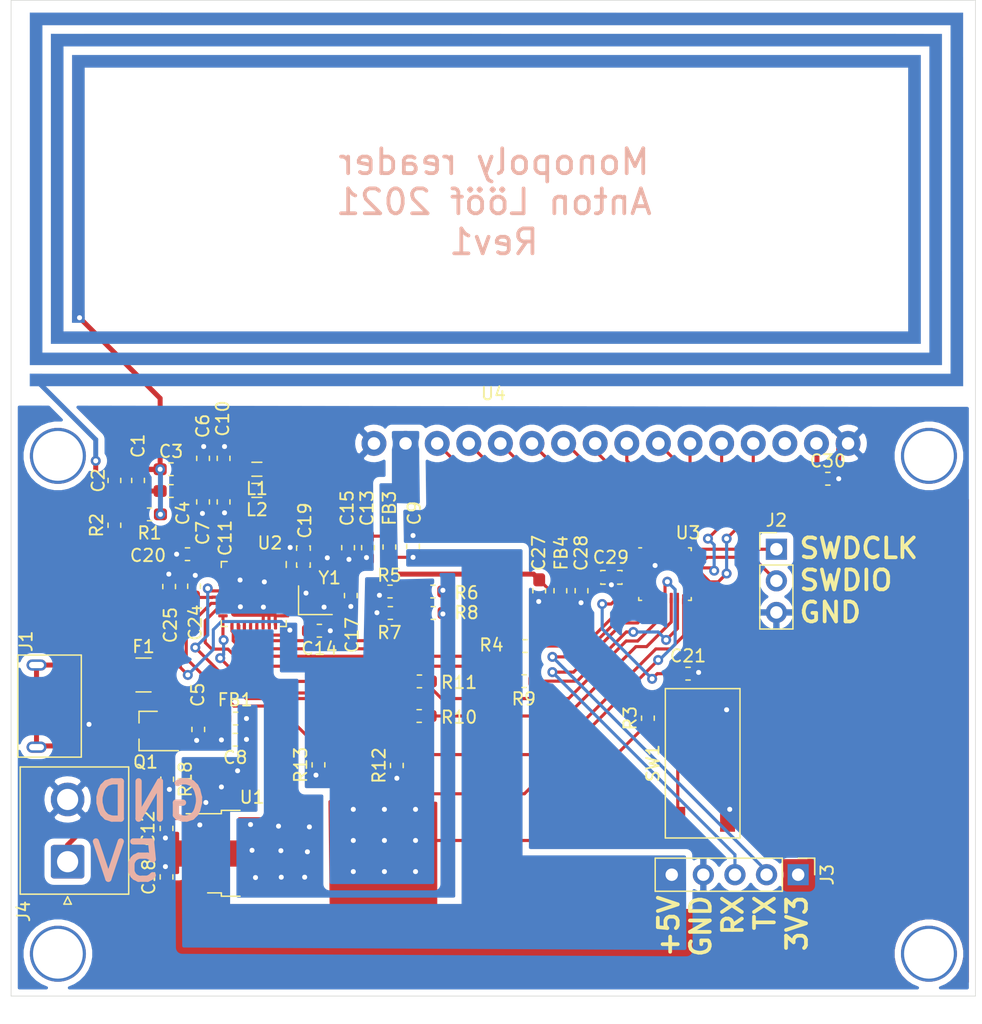
<source format=kicad_pcb>
(kicad_pcb (version 20171130) (host pcbnew "(5.1.5)-3")
  (layers (0 F.Cu signal) (31 B.Cu signal) (34 B.Paste user) (35 F.Paste user) (36 B.SilkS user) (37 F.SilkS user) (38 B.Mask user) (39 F.Mask user) (44 Edge.Cuts user))
  (net 0 "")
  (net 1 "Net-(AE1-Pad2)")
  (net 2 "Net-(AE1-Pad1)")
  (net 3 "Net-(C10-Pad2)")
  (net 4 "Net-(C11-Pad1)")
  (net 5 GND)
  (net 6 /v_fused)
  (net 7 +5V)
  (net 8 +3V3)
  (net 9 "Net-(C20-Pad2)")
  (net 10 /nrst)
  (net 11 /vin)
  (net 12 "Net-(J1-Pad6)")
  (net 13 /swd_io)
  (net 14 /swd_clk)
  (net 15 "Net-(L1-Pad1)")
  (net 16 "Net-(L2-Pad1)")
  (net 17 "Net-(R1-Pad1)")
  (net 18 "Net-(R2-Pad1)")
  (net 19 spi_sclk)
  (net 20 spi_mosi)
  (net 21 spi_miso)
  (net 22 spi_nss)
  (net 23 nfc_irq_in)
  (net 24 nfc_irq_out)
  (net 25 lcd_e)
  (net 26 lcd_rw)
  (net 27 lcd_rs)
  (net 28 /v_potected)
  (net 29 "Net-(Q1-Pad1)")
  (net 30 /5v_filter)
  (net 31 /5v_rf)
  (net 32 /mcu_vcc_t)
  (net 33 /mcu_vcc)
  (net 34 /rfid_xin)
  (net 35 /rfid_xout)
  (net 36 /spi_clk_rfid)
  (net 37 /rfid_ss1)
  (net 38 /rfid_ss0)
  (net 39 /spi_mosi_rfid)
  (net 40 /spi_miso_rfid)
  (net 41 /spi_ss_rfid)
  (net 42 from_keypad_rx)
  (net 43 to_keypad_tx)
  (net 44 lcd_d7)
  (net 45 lcd_d6)
  (net 46 lcd_d5)
  (net 47 lcd_d4)
  (net 48 lcd_d3)
  (net 49 lcd_d2)
  (net 50 lcd_d0)
  (net 51 lcd_d1)
  (module good_things:FC2004C03-NSWBBW-91 (layer B.Cu) (at 148.76 116.6 180)
    (fp_text reference U4 (at 0 25) (layer F.SilkS))
    (fp_text value FC2004C03-NSWBBW-91*E)
    (pad 16 thru_hole circle (at 9.6 21 180) (size 2 2) (drill 1) (layers *.Cu *.Mask) (net 5 GND))
    (pad 15 thru_hole circle (at 7.06 21 180) (size 2 2) (drill 1) (layers *.Cu *.Mask) (net 8 +3V3))
    (pad 14 thru_hole circle (at 4.52 21 180) (size 2 2) (drill 1) (layers *.Cu *.Mask) (net 44 lcd_d7))
    (pad 13 thru_hole circle (at 1.98 21 180) (size 2 2) (drill 1) (layers *.Cu *.Mask) (net 45 lcd_d6))
    (pad 12 thru_hole circle (at -0.56 21 180) (size 2 2) (drill 1) (layers *.Cu *.Mask) (net 46 lcd_d5))
    (pad 11 thru_hole circle (at -3.1 21 180) (size 2 2) (drill 1) (layers *.Cu *.Mask) (net 47 lcd_d4))
    (pad 10 thru_hole circle (at -5.64 21 180) (size 2 2) (drill 1) (layers *.Cu *.Mask) (net 48 lcd_d3))
    (pad 9 thru_hole circle (at -8.18 21 180) (size 2 2) (drill 1) (layers *.Cu *.Mask) (net 49 lcd_d2))
    (pad 8 thru_hole circle (at -10.72 21 180) (size 2 2) (drill 1) (layers *.Cu *.Mask) (net 51 lcd_d1))
    (pad 7 thru_hole circle (at -13.26 21 180) (size 2 2) (drill 1) (layers *.Cu *.Mask) (net 50 lcd_d0))
    (pad 6 thru_hole circle (at -15.8 21 180) (size 2 2) (drill 1) (layers *.Cu *.Mask) (net 25 lcd_e))
    (pad 5 thru_hole circle (at -18.34 21 180) (size 2 2) (drill 1) (layers *.Cu *.Mask) (net 26 lcd_rw))
    (pad 4 thru_hole circle (at -20.88 21 180) (size 2 2) (drill 1) (layers *.Cu *.Mask) (net 27 lcd_rs))
    (pad 3 thru_hole circle (at -23.42 21 180) (size 2 2) (drill 1) (layers *.Cu *.Mask))
    (pad 2 thru_hole circle (at -25.96 21 180) (size 2 2) (drill 1) (layers *.Cu *.Mask) (net 8 +3V3))
    (pad 1 thru_hole circle (at -28.5 21 180) (size 2 2) (drill 1) (layers *.Cu *.Mask) (net 5 GND))
    (pad "" thru_hole circle (at -35 -20 180) (size 4.5 4.5) (drill 4) (layers *.Cu *.Mask))
    (pad "" thru_hole circle (at 35 -20 180) (size 4.5 4.5) (drill 4) (layers *.Cu *.Mask))
    (pad "" thru_hole circle (at 35 20 180) (size 4.5 4.5) (drill 4) (layers *.Cu *.Mask))
    (pad "" thru_hole circle (at -35 20 180) (size 4.5 4.5) (drill 4) (layers *.Cu *.Mask))
  )
  (module Connector_PinHeader_2.54mm:PinHeader_1x05_P2.54mm_Vertical (layer F.Cu) (at 173.25 130.25 270)
    (fp_text reference J3 (at 0 -2.33 90) (layer F.SilkS))
    (fp_text value Conn_01x05)
    (pad 5 thru_hole oval (at 0 10.16 270) (size 1.7 1.7) (drill 1) (layers *.Cu *.Mask) (net 7 +5V))
    (pad 4 thru_hole oval (at 0 7.62 270) (size 1.7 1.7) (drill 1) (layers *.Cu *.Mask) (net 5 GND))
    (pad 3 thru_hole oval (at 0 5.08 270) (size 1.7 1.7) (drill 1) (layers *.Cu *.Mask) (net 42 from_keypad_rx))
    (pad 2 thru_hole oval (at 0 2.54 270) (size 1.7 1.7) (drill 1) (layers *.Cu *.Mask) (net 43 to_keypad_tx))
    (pad 1 thru_hole rect (at 0 0 270) (size 1.7 1.7) (drill 1) (layers *.Cu *.Mask) (net 8 +3V3))
  )
  (module Inductor_SMD:L_0805_2012Metric (layer F.Cu) (at 129.75 99.375 180)
    (fp_text reference L2 (at 0 -1.55) (layer F.SilkS))
    (fp_text value 560n)
    (pad 2 smd roundrect (at 1.0625 0 180) (size 0.875 1.2) (layers F.Cu F.Paste F.Mask) (net 4 "Net-(C11-Pad1)"))
    (pad 1 smd roundrect (at -1.0625 0 180) (size 0.875 1.2) (layers F.Cu F.Paste F.Mask) (net 16 "Net-(L2-Pad1)"))
  )
  (module Inductor_SMD:L_0805_2012Metric (layer F.Cu) (at 129.75 97.675 180)
    (fp_text reference L1 (at 0 -1.55) (layer F.SilkS))
    (fp_text value 560n)
    (pad 2 smd roundrect (at 1.0625 0 180) (size 0.875 1.2) (layers F.Cu F.Paste F.Mask) (net 3 "Net-(C10-Pad2)"))
    (pad 1 smd roundrect (at -1.0625 0 180) (size 0.875 1.2) (layers F.Cu F.Paste F.Mask) (net 15 "Net-(L1-Pad1)"))
  )
  (module good_things:antenna_1m_07mm_3turn (layer B.Cu) (at 149 76)
    (fp_text reference AE1 hide)
    (fp_text value Antenna_Dipole hide)
    (fp_poly (pts (xy 37.504691 -0.002645) (xy 37.502042 -15.001875) (xy -37.49675 -15.007169) (xy -37.49675 13.30325) (xy 35.803425 13.30325) (xy 35.798125 -13.297958) (xy -0.002646 -13.300605) (xy -35.803416 -13.303253) (xy -35.803416 11.599334) (xy 34.0995 11.599334) (xy 34.0995 -11.599333) (xy -34.0995 -11.599333) (xy -34.0995 9.906) (xy -33.094083 9.906) (xy -33.094083 -10.593916) (xy 33.094084 -10.593916) (xy 33.094084 10.6045) (xy -34.798 10.6045) (xy -34.798 -12.297833) (xy 34.798 -12.297833) (xy 34.798 12.308417) (xy -36.491333 12.308417) (xy -36.491333 -14.00175) (xy 36.501917 -14.00175) (xy 36.501917 14.00175) (xy -37.49675 14.00175) (xy -37.49675 14.996584) (xy 37.507341 14.996584) (xy 37.504691 -0.002645)) (layer B.Cu) (width 0.01))
    (pad 2 smd rect (at -33.6 9.4) (size 1 1) (layers B.Cu B.Paste B.Mask) (net 1 "Net-(AE1-Pad2)"))
    (pad 1 smd rect (at -37 14.5) (size 1 1) (layers B.Cu B.Paste B.Mask) (net 2 "Net-(AE1-Pad1)"))
  )
  (module good_things:NFM18PS105R0J3D (layer F.Cu) (at 158.24 106.36)
    (fp_text reference C29 (at -0.04 -1.61) (layer F.SilkS))
    (fp_text value 1u)
    (pad 2 smd rect (at 0 -0.6) (size 0.8 0.5) (layers F.Cu F.Paste F.Mask) (net 5 GND))
    (pad 1 smd rect (at -1 0) (size 0.5 0.8) (layers F.Cu F.Paste F.Mask) (net 32 /mcu_vcc_t))
    (pad 2 smd rect (at 0 0.6) (size 0.8 0.5) (layers F.Cu F.Paste F.Mask) (net 5 GND))
    (pad 3 smd rect (at 1 0) (size 0.5 0.8) (layers F.Cu F.Paste F.Mask) (net 33 /mcu_vcc))
  )
  (module Resistor_SMD:R_0603_1608Metric_Pad1.05x0.95mm_HandSolder (layer F.Cu) (at 122.54 122.58 270)
    (fp_text reference R18 (at 0 -1.46 90) (layer F.SilkS))
    (fp_text value 10k)
    (pad 2 smd roundrect (at 0.875 0 270) (size 1.05 0.95) (layers F.Cu F.Paste F.Mask) (net 5 GND))
    (pad 1 smd roundrect (at -0.875 0 270) (size 1.05 0.95) (layers F.Cu F.Paste F.Mask) (net 29 "Net-(Q1-Pad1)"))
  )
  (module Package_TO_SOT_SMD:SOT-23_Handsoldering (layer F.Cu) (at 121.04 118.705 180)
    (fp_text reference Q1 (at 0.24 -2.495) (layer F.SilkS))
    (fp_text value CPH3350-TL-W)
    (pad 3 smd rect (at 1.5 0 180) (size 1.9 0.8) (layers F.Cu F.Paste F.Mask) (net 6 /v_fused))
    (pad 2 smd rect (at -1.5 0.95 180) (size 1.9 0.8) (layers F.Cu F.Paste F.Mask) (net 28 /v_potected))
    (pad 1 smd rect (at -1.5 -0.95 180) (size 1.9 0.8) (layers F.Cu F.Paste F.Mask) (net 29 "Net-(Q1-Pad1)"))
  )
  (module good_things:NFM18PS105R0J3D (layer F.Cu) (at 133.49 104.69 270)
    (fp_text reference C19 (at -2.89 -0.11 90) (layer F.SilkS))
    (fp_text value 1u)
    (pad 2 smd rect (at 0 -0.6 270) (size 0.8 0.5) (layers F.Cu F.Paste F.Mask) (net 5 GND))
    (pad 1 smd rect (at -1 0 270) (size 0.5 0.8) (layers F.Cu F.Paste F.Mask) (net 30 /5v_filter))
    (pad 2 smd rect (at 0 0.6 270) (size 0.8 0.5) (layers F.Cu F.Paste F.Mask) (net 5 GND))
    (pad 3 smd rect (at 1 0 270) (size 0.5 0.8) (layers F.Cu F.Paste F.Mask) (net 31 /5v_rf))
  )
  (module Crystal:Crystal_SMD_2016-4Pin_2.0x1.6mm (layer F.Cu) (at 134.45 108.2)
    (fp_text reference Y1 (at 1.15 -1.8) (layer F.SilkS))
    (fp_text value 27.12MHz)
    (pad 4 smd rect (at -0.7 -0.55) (size 0.9 0.8) (layers F.Cu F.Paste F.Mask) (net 5 GND))
    (pad 3 smd rect (at 0.7 -0.55) (size 0.9 0.8) (layers F.Cu F.Paste F.Mask) (net 35 /rfid_xout))
    (pad 2 smd rect (at 0.7 0.55) (size 0.9 0.8) (layers F.Cu F.Paste F.Mask) (net 5 GND))
    (pad 1 smd rect (at -0.7 0.55) (size 0.9 0.8) (layers F.Cu F.Paste F.Mask) (net 34 /rfid_xin))
  )
  (module Package_DFN_QFN:QFN-28_4x4mm_P0.5mm (layer F.Cu) (at 162.55 106.1)
    (fp_text reference U3 (at 1.85 -3.32) (layer F.SilkS))
    (fp_text value STM32G051GxU)
    (pad 28 smd custom (at -1.5 -1.9975) (size 0.136863 0.136863) (layers F.Cu F.Paste F.Mask) (net 46 lcd_d5) (options (clearance outline) (anchor circle)) (primitives (gr_poly (pts (xy -0.08 -0.3325) (xy 0.08 -0.3325) (xy 0.08 0.3325) (xy 0.05364 0.3325) (xy -0.08 0.19886)) (width 0.09))))
    (pad 27 smd roundrect (at -1 -1.9375) (size 0.25 0.875) (layers F.Cu F.Paste F.Mask) (net 47 lcd_d4))
    (pad 26 smd roundrect (at -0.5 -1.9375) (size 0.25 0.875) (layers F.Cu F.Paste F.Mask) (net 48 lcd_d3))
    (pad 25 smd roundrect (at 0 -1.9375) (size 0.25 0.875) (layers F.Cu F.Paste F.Mask) (net 49 lcd_d2))
    (pad 24 smd roundrect (at 0.5 -1.9375) (size 0.25 0.875) (layers F.Cu F.Paste F.Mask) (net 51 lcd_d1))
    (pad 23 smd roundrect (at 1 -1.9375) (size 0.25 0.875) (layers F.Cu F.Paste F.Mask) (net 50 lcd_d0))
    (pad 22 smd custom (at 1.5 -1.9975) (size 0.136863 0.136863) (layers F.Cu F.Paste F.Mask) (net 25 lcd_e) (options (clearance outline) (anchor circle)) (primitives (gr_poly (pts (xy -0.08 -0.3325) (xy 0.08 -0.3325) (xy 0.08 0.19886) (xy -0.05364 0.3325) (xy -0.08 0.3325)) (width 0.09))))
    (pad 21 smd custom (at 1.9975 -1.5) (size 0.136863 0.136863) (layers F.Cu F.Paste F.Mask) (net 14 /swd_clk) (options (clearance outline) (anchor circle)) (primitives (gr_poly (pts (xy -0.3325 0.05364) (xy -0.19886 -0.08) (xy 0.3325 -0.08) (xy 0.3325 0.08) (xy -0.3325 0.08)) (width 0.09))))
    (pad 20 smd roundrect (at 1.9375 -1) (size 0.875 0.25) (layers F.Cu F.Paste F.Mask) (net 13 /swd_io))
    (pad 19 smd roundrect (at 1.9375 -0.5) (size 0.875 0.25) (layers F.Cu F.Paste F.Mask) (net 26 lcd_rw))
    (pad 18 smd roundrect (at 1.9375 0) (size 0.875 0.25) (layers F.Cu F.Paste F.Mask) (net 27 lcd_rs))
    (pad 17 smd roundrect (at 1.9375 0.5) (size 0.875 0.25) (layers F.Cu F.Paste F.Mask))
    (pad 16 smd roundrect (at 1.9375 1) (size 0.875 0.25) (layers F.Cu F.Paste F.Mask))
    (pad 15 smd custom (at 1.9975 1.5) (size 0.136863 0.136863) (layers F.Cu F.Paste F.Mask) (options (clearance outline) (anchor circle)) (primitives (gr_poly (pts (xy -0.3325 -0.08) (xy 0.3325 -0.08) (xy 0.3325 0.08) (xy -0.19886 0.08) (xy -0.3325 -0.05364)) (width 0.09))))
    (pad 14 smd custom (at 1.5 1.9975) (size 0.136863 0.136863) (layers F.Cu F.Paste F.Mask) (net 23 nfc_irq_in) (options (clearance outline) (anchor circle)) (primitives (gr_poly (pts (xy -0.08 -0.3325) (xy -0.05364 -0.3325) (xy 0.08 -0.19886) (xy 0.08 0.3325) (xy -0.08 0.3325)) (width 0.09))))
    (pad 13 smd roundrect (at 1 1.9375) (size 0.25 0.875) (layers F.Cu F.Paste F.Mask) (net 20 spi_mosi))
    (pad 12 smd roundrect (at 0.5 1.9375) (size 0.25 0.875) (layers F.Cu F.Paste F.Mask) (net 21 spi_miso))
    (pad 11 smd roundrect (at 0 1.9375) (size 0.25 0.875) (layers F.Cu F.Paste F.Mask) (net 24 nfc_irq_out))
    (pad 10 smd roundrect (at -0.5 1.9375) (size 0.25 0.875) (layers F.Cu F.Paste F.Mask) (net 22 spi_nss))
    (pad 9 smd roundrect (at -1 1.9375) (size 0.25 0.875) (layers F.Cu F.Paste F.Mask) (net 42 from_keypad_rx))
    (pad 8 smd custom (at -1.5 1.9975) (size 0.136863 0.136863) (layers F.Cu F.Paste F.Mask) (net 43 to_keypad_tx) (options (clearance outline) (anchor circle)) (primitives (gr_poly (pts (xy -0.08 -0.19886) (xy 0.05364 -0.3325) (xy 0.08 -0.3325) (xy 0.08 0.3325) (xy -0.08 0.3325)) (width 0.09))))
    (pad 7 smd custom (at -1.9975 1.5) (size 0.136863 0.136863) (layers F.Cu F.Paste F.Mask) (net 19 spi_sclk) (options (clearance outline) (anchor circle)) (primitives (gr_poly (pts (xy -0.3325 -0.08) (xy 0.3325 -0.08) (xy 0.3325 -0.05364) (xy 0.19886 0.08) (xy -0.3325 0.08)) (width 0.09))))
    (pad 6 smd roundrect (at -1.9375 1) (size 0.875 0.25) (layers F.Cu F.Paste F.Mask))
    (pad 5 smd roundrect (at -1.9375 0.5) (size 0.875 0.25) (layers F.Cu F.Paste F.Mask) (net 10 /nrst))
    (pad 4 smd roundrect (at -1.9375 0) (size 0.875 0.25) (layers F.Cu F.Paste F.Mask) (net 5 GND))
    (pad 3 smd roundrect (at -1.9375 -0.5) (size 0.875 0.25) (layers F.Cu F.Paste F.Mask) (net 33 /mcu_vcc))
    (pad 2 smd roundrect (at -1.9375 -1) (size 0.875 0.25) (layers F.Cu F.Paste F.Mask) (net 44 lcd_d7))
    (pad 1 smd custom (at -1.9975 -1.5) (size 0.136863 0.136863) (layers F.Cu F.Paste F.Mask) (net 45 lcd_d6) (options (clearance outline) (anchor circle)) (primitives (gr_poly (pts (xy -0.3325 -0.08) (xy 0.19886 -0.08) (xy 0.3325 0.05364) (xy 0.3325 0.08) (xy -0.3325 0.08)) (width 0.09))))
  )
  (module Package_DFN_QFN:QFN-32-1EP_5x5mm_P0.5mm_EP3.65x3.65mm (layer F.Cu) (at 129.5 107.7 270)
    (fp_text reference U2 (at -4.1 -1.3 180) (layer F.SilkS))
    (fp_text value ST25R95)
    (pad 32 smd roundrect (at -1.75 -2.475 270) (size 0.25 0.75) (layers F.Cu F.Paste F.Mask) (net 31 /5v_rf))
    (pad 31 smd roundrect (at -1.25 -2.475 270) (size 0.25 0.75) (layers F.Cu F.Paste F.Mask) (net 5 GND))
    (pad 30 smd roundrect (at -0.75 -2.475 270) (size 0.25 0.75) (layers F.Cu F.Paste F.Mask) (net 35 /rfid_xout))
    (pad 29 smd roundrect (at -0.25 -2.475 270) (size 0.25 0.75) (layers F.Cu F.Paste F.Mask) (net 34 /rfid_xin))
    (pad 28 smd roundrect (at 0.25 -2.475 270) (size 0.25 0.75) (layers F.Cu F.Paste F.Mask) (net 5 GND))
    (pad 27 smd roundrect (at 0.75 -2.475 270) (size 0.25 0.75) (layers F.Cu F.Paste F.Mask) (net 5 GND))
    (pad 26 smd roundrect (at 1.25 -2.475 270) (size 0.25 0.75) (layers F.Cu F.Paste F.Mask) (net 5 GND))
    (pad 25 smd roundrect (at 1.75 -2.475 270) (size 0.25 0.75) (layers F.Cu F.Paste F.Mask) (net 5 GND))
    (pad 24 smd roundrect (at 2.475 -1.75 270) (size 0.75 0.25) (layers F.Cu F.Paste F.Mask) (net 5 GND))
    (pad 23 smd roundrect (at 2.475 -1.25 270) (size 0.75 0.25) (layers F.Cu F.Paste F.Mask) (net 5 GND))
    (pad 22 smd roundrect (at 2.475 -0.75 270) (size 0.75 0.25) (layers F.Cu F.Paste F.Mask) (net 5 GND))
    (pad 21 smd roundrect (at 2.475 -0.25 270) (size 0.75 0.25) (layers F.Cu F.Paste F.Mask) (net 8 +3V3))
    (pad 20 smd roundrect (at 2.475 0.25 270) (size 0.75 0.25) (layers F.Cu F.Paste F.Mask) (net 37 /rfid_ss1))
    (pad 19 smd roundrect (at 2.475 0.75 270) (size 0.75 0.25) (layers F.Cu F.Paste F.Mask) (net 38 /rfid_ss0))
    (pad 18 smd roundrect (at 2.475 1.25 270) (size 0.75 0.25) (layers F.Cu F.Paste F.Mask) (net 36 /spi_clk_rfid))
    (pad 17 smd roundrect (at 2.475 1.75 270) (size 0.75 0.25) (layers F.Cu F.Paste F.Mask) (net 39 /spi_mosi_rfid))
    (pad 16 smd roundrect (at 1.75 2.475 270) (size 0.25 0.75) (layers F.Cu F.Paste F.Mask) (net 40 /spi_miso_rfid))
    (pad 15 smd roundrect (at 1.25 2.475 270) (size 0.25 0.75) (layers F.Cu F.Paste F.Mask) (net 41 /spi_ss_rfid))
    (pad 14 smd roundrect (at 0.75 2.475 270) (size 0.25 0.75) (layers F.Cu F.Paste F.Mask) (net 24 nfc_irq_out))
    (pad 13 smd roundrect (at 0.25 2.475 270) (size 0.25 0.75) (layers F.Cu F.Paste F.Mask) (net 8 +3V3))
    (pad 12 smd roundrect (at -0.25 2.475 270) (size 0.25 0.75) (layers F.Cu F.Paste F.Mask) (net 23 nfc_irq_in))
    (pad 11 smd roundrect (at -0.75 2.475 270) (size 0.25 0.75) (layers F.Cu F.Paste F.Mask) (net 5 GND))
    (pad 10 smd roundrect (at -1.25 2.475 270) (size 0.25 0.75) (layers F.Cu F.Paste F.Mask) (net 5 GND))
    (pad 9 smd roundrect (at -1.75 2.475 270) (size 0.25 0.75) (layers F.Cu F.Paste F.Mask) (net 9 "Net-(C20-Pad2)"))
    (pad 8 smd roundrect (at -2.475 1.75 270) (size 0.75 0.25) (layers F.Cu F.Paste F.Mask) (net 5 GND))
    (pad 7 smd roundrect (at -2.475 1.25 270) (size 0.75 0.25) (layers F.Cu F.Paste F.Mask) (net 5 GND))
    (pad 6 smd roundrect (at -2.475 0.75 270) (size 0.75 0.25) (layers F.Cu F.Paste F.Mask) (net 18 "Net-(R2-Pad1)"))
    (pad 5 smd roundrect (at -2.475 0.25 270) (size 0.75 0.25) (layers F.Cu F.Paste F.Mask) (net 17 "Net-(R1-Pad1)"))
    (pad 4 smd roundrect (at -2.475 -0.25 270) (size 0.75 0.25) (layers F.Cu F.Paste F.Mask) (net 5 GND))
    (pad 3 smd roundrect (at -2.475 -0.75 270) (size 0.75 0.25) (layers F.Cu F.Paste F.Mask) (net 5 GND))
    (pad 2 smd roundrect (at -2.475 -1.25 270) (size 0.75 0.25) (layers F.Cu F.Paste F.Mask) (net 16 "Net-(L2-Pad1)"))
    (pad 1 smd roundrect (at -2.475 -1.75 270) (size 0.75 0.25) (layers F.Cu F.Paste F.Mask) (net 15 "Net-(L1-Pad1)"))
    (pad 33 smd roundrect (at 0 0 270) (size 3.65 3.65) (layers F.Cu F.Mask) (roundrect_rratio 0.06849287671232877) (net 5 GND))
  )
  (module Package_TO_SOT_SMD:TO-252-3_TabPin2 (layer F.Cu) (at 129.365 128.53)
    (fp_text reference U1 (at 0 -4.5) (layer F.SilkS))
    (fp_text value BA33BC0FP-E2)
    (pad 2 smd rect (at 2.1 0) (size 6.4 5.8) (layers F.Cu F.Mask) (net 5 GND))
    (pad 3 smd rect (at -4.2 2.28) (size 2.2 1.2) (layers F.Cu F.Paste F.Mask) (net 8 +3V3))
    (pad 2 smd rect (at -4.2 0) (size 2.2 1.2) (layers F.Cu F.Paste F.Mask) (net 5 GND))
    (pad 1 smd rect (at -4.2 -2.28) (size 2.2 1.2) (layers F.Cu F.Paste F.Mask) (net 7 +5V))
  )
  (module good_things:push_sw_purple (layer F.Cu) (at 165.575 121.3 270)
    (fp_text reference SW1 (at 0 4 90) (layer F.SilkS))
    (fp_text value SW_Push)
    (pad 2 smd rect (at -4.5 2 270) (size 2 1.2) (layers F.Cu F.Paste F.Mask) (net 10 /nrst))
    (pad 2 smd rect (at 4.5 2 270) (size 2 1.2) (layers F.Cu F.Paste F.Mask) (net 10 /nrst))
    (pad 1 smd rect (at 4.5 -2 270) (size 2 1.2) (layers F.Cu F.Paste F.Mask) (net 5 GND))
    (pad 1 smd rect (at -4.5 -2 270) (size 2 1.2) (layers F.Cu F.Paste F.Mask) (net 5 GND))
  )
  (module Resistor_SMD:R_0603_1608Metric_Pad1.05x0.95mm_HandSolder (layer F.Cu) (at 134.7 121.425 90)
    (fp_text reference R13 (at 0 -1.43 90) (layer F.SilkS))
    (fp_text value 10k)
    (pad 2 smd roundrect (at 0.875 0 90) (size 1.05 0.95) (layers F.Cu F.Paste F.Mask) (net 24 nfc_irq_out))
    (pad 1 smd roundrect (at -0.875 0 90) (size 1.05 0.95) (layers F.Cu F.Paste F.Mask) (net 8 +3V3))
  )
  (module Resistor_SMD:R_0603_1608Metric_Pad1.05x0.95mm_HandSolder (layer F.Cu) (at 141 121.475 90)
    (fp_text reference R12 (at 0 -1.43 90) (layer F.SilkS))
    (fp_text value 10k)
    (pad 2 smd roundrect (at 0.875 0 90) (size 1.05 0.95) (layers F.Cu F.Paste F.Mask) (net 23 nfc_irq_in))
    (pad 1 smd roundrect (at -0.875 0 90) (size 1.05 0.95) (layers F.Cu F.Paste F.Mask) (net 8 +3V3))
  )
  (module Resistor_SMD:R_0603_1608Metric_Pad1.05x0.95mm_HandSolder (layer F.Cu) (at 142.815 114.72 180)
    (fp_text reference R11 (at -3.185 -0.08) (layer F.SilkS))
    (fp_text value 0)
    (pad 2 smd roundrect (at 0.875 0 180) (size 1.05 0.95) (layers F.Cu F.Paste F.Mask) (net 41 /spi_ss_rfid))
    (pad 1 smd roundrect (at -0.875 0 180) (size 1.05 0.95) (layers F.Cu F.Paste F.Mask) (net 22 spi_nss))
  )
  (module Resistor_SMD:R_0603_1608Metric_Pad1.05x0.95mm_HandSolder (layer F.Cu) (at 142.795 117.5 180)
    (fp_text reference R10 (at -3.205 -0.1) (layer F.SilkS))
    (fp_text value 0)
    (pad 2 smd roundrect (at 0.875 0 180) (size 1.05 0.95) (layers F.Cu F.Paste F.Mask) (net 40 /spi_miso_rfid))
    (pad 1 smd roundrect (at -0.875 0 180) (size 1.05 0.95) (layers F.Cu F.Paste F.Mask) (net 21 spi_miso))
  )
  (module Resistor_SMD:R_0603_1608Metric_Pad1.05x0.95mm_HandSolder (layer F.Cu) (at 151.225 114.7 180)
    (fp_text reference R9 (at 0.025 -1.43) (layer F.SilkS))
    (fp_text value 0)
    (pad 2 smd roundrect (at 0.875 0 180) (size 1.05 0.95) (layers F.Cu F.Paste F.Mask) (net 39 /spi_mosi_rfid))
    (pad 1 smd roundrect (at -0.875 0 180) (size 1.05 0.95) (layers F.Cu F.Paste F.Mask) (net 20 spi_mosi))
  )
  (module Resistor_SMD:R_0603_1608Metric_Pad1.05x0.95mm_HandSolder (layer F.Cu) (at 143.925 109.225)
    (fp_text reference R8 (at 2.675 -0.025 180) (layer F.SilkS))
    (fp_text value 0)
    (pad 2 smd roundrect (at 0.875 0) (size 1.05 0.95) (layers F.Cu F.Paste F.Mask) (net 5 GND))
    (pad 1 smd roundrect (at -0.875 0) (size 1.05 0.95) (layers F.Cu F.Paste F.Mask) (net 38 /rfid_ss0))
  )
  (module Resistor_SMD:R_0603_1608Metric_Pad1.05x0.95mm_HandSolder (layer F.Cu) (at 140.475 109.225)
    (fp_text reference R7 (at -0.075 1.575) (layer F.SilkS))
    (fp_text value 0)
    (pad 2 smd roundrect (at 0.875 0) (size 1.05 0.95) (layers F.Cu F.Paste F.Mask) (net 38 /rfid_ss0))
    (pad 1 smd roundrect (at -0.875 0) (size 1.05 0.95) (layers F.Cu F.Paste F.Mask) (net 8 +3V3))
  )
  (module Resistor_SMD:R_0603_1608Metric_Pad1.05x0.95mm_HandSolder (layer F.Cu) (at 143.9 107.5)
    (fp_text reference R6 (at 2.7 0.1) (layer F.SilkS))
    (fp_text value 0)
    (pad 2 smd roundrect (at 0.875 0) (size 1.05 0.95) (layers F.Cu F.Paste F.Mask) (net 5 GND))
    (pad 1 smd roundrect (at -0.875 0) (size 1.05 0.95) (layers F.Cu F.Paste F.Mask) (net 37 /rfid_ss1))
  )
  (module Resistor_SMD:R_0603_1608Metric_Pad1.05x0.95mm_HandSolder (layer F.Cu) (at 140.45 107.5)
    (fp_text reference R5 (at -0.05 -1.3) (layer F.SilkS))
    (fp_text value 0)
    (pad 2 smd roundrect (at 0.875 0) (size 1.05 0.95) (layers F.Cu F.Paste F.Mask) (net 37 /rfid_ss1))
    (pad 1 smd roundrect (at -0.875 0) (size 1.05 0.95) (layers F.Cu F.Paste F.Mask) (net 8 +3V3))
  )
  (module Resistor_SMD:R_0603_1608Metric_Pad1.05x0.95mm_HandSolder (layer F.Cu) (at 151.295 111.88 180)
    (fp_text reference R4 (at 2.695 0.08) (layer F.SilkS))
    (fp_text value 0)
    (pad 2 smd roundrect (at 0.875 0 180) (size 1.05 0.95) (layers F.Cu F.Paste F.Mask) (net 36 /spi_clk_rfid))
    (pad 1 smd roundrect (at -0.875 0 180) (size 1.05 0.95) (layers F.Cu F.Paste F.Mask) (net 19 spi_sclk))
  )
  (module Resistor_SMD:R_0603_1608Metric_Pad1.05x0.95mm_HandSolder (layer F.Cu) (at 161.175 117.675 90)
    (fp_text reference R3 (at 0 -1.43 90) (layer F.SilkS))
    (fp_text value 10k)
    (pad 2 smd roundrect (at 0.875 0 90) (size 1.05 0.95) (layers F.Cu F.Paste F.Mask) (net 10 /nrst))
    (pad 1 smd roundrect (at -0.875 0 90) (size 1.05 0.95) (layers F.Cu F.Paste F.Mask) (net 8 +3V3))
  )
  (module Resistor_SMD:R_0603_1608Metric_Pad1.05x0.95mm_HandSolder (layer F.Cu) (at 118.3 102.175 90)
    (fp_text reference R2 (at 0 -1.43 90) (layer F.SilkS))
    (fp_text value 330)
    (pad 2 smd roundrect (at 0.875 0 90) (size 1.05 0.95) (layers F.Cu F.Paste F.Mask) (net 2 "Net-(AE1-Pad1)"))
    (pad 1 smd roundrect (at -0.875 0 90) (size 1.05 0.95) (layers F.Cu F.Paste F.Mask) (net 18 "Net-(R2-Pad1)"))
  )
  (module Resistor_SMD:R_0603_1608Metric_Pad1.05x0.95mm_HandSolder (layer F.Cu) (at 121.125 101.3)
    (fp_text reference R1 (at 0 1.5) (layer F.SilkS))
    (fp_text value 330)
    (pad 2 smd roundrect (at 0.875 0) (size 1.05 0.95) (layers F.Cu F.Paste F.Mask) (net 1 "Net-(AE1-Pad2)"))
    (pad 1 smd roundrect (at -0.875 0) (size 1.05 0.95) (layers F.Cu F.Paste F.Mask) (net 17 "Net-(R1-Pad1)"))
  )
  (module Connector_JST:JST_NV_B02P-NV_1x02_P5.00mm_Vertical (layer F.Cu) (at 114.54 129.205 90)
    (fp_text reference J4 (at -3.995 -3.54 90) (layer F.SilkS))
    (fp_text value v_sup)
    (pad 2 thru_hole circle (at 5 0 90) (size 2.7 2.7) (drill 1.7) (layers *.Cu *.Mask) (net 5 GND))
    (pad 1 thru_hole roundrect (at 0 0 90) (size 2.7 2.7) (drill 1.7) (layers *.Cu *.Mask) (roundrect_rratio 0.09259296296296296) (net 11 /vin))
  )
  (module Connector_PinHeader_2.54mm:PinHeader_1x03_P2.54mm_Vertical (layer F.Cu) (at 171.5 104.1)
    (fp_text reference J2 (at 0 -2.33) (layer F.SilkS))
    (fp_text value swd)
    (pad 3 thru_hole oval (at 0 5.08) (size 1.7 1.7) (drill 1) (layers *.Cu *.Mask) (net 5 GND))
    (pad 2 thru_hole oval (at 0 2.54) (size 1.7 1.7) (drill 1) (layers *.Cu *.Mask) (net 13 /swd_io))
    (pad 1 thru_hole rect (at 0 0) (size 1.7 1.7) (drill 1) (layers *.Cu *.Mask) (net 14 /swd_clk))
  )
  (module good_things:USB_MICRO_10118193-0001LF (layer F.Cu) (at 112.04 116.705 270)
    (fp_text reference J1 (at -5.205 0.84 90) (layer F.SilkS))
    (fp_text value USB_B_Mini)
    (pad 6 thru_hole oval (at -3.3 0 270) (size 0.9 1.6) (drill oval 0.5 1.2) (layers *.Cu *.Mask) (net 12 "Net-(J1-Pad6)"))
    (pad 6 thru_hole oval (at 3.3 0 270) (size 0.9 1.6) (drill oval 0.5 1.2) (layers *.Cu *.Mask) (net 12 "Net-(J1-Pad6)"))
    (pad 6 smd rect (at 1.2 0 270) (size 1.9 1.9) (layers F.Cu F.Paste F.Mask) (net 12 "Net-(J1-Pad6)"))
    (pad 6 smd rect (at -1.2 0 270) (size 1.9 1.9) (layers F.Cu F.Paste F.Mask) (net 12 "Net-(J1-Pad6)"))
    (pad 6 smd rect (at 3.2 -2.4 270) (size 1.6 1.4) (layers F.Cu F.Paste F.Mask) (net 12 "Net-(J1-Pad6)"))
    (pad 6 smd rect (at -3.2 -2.4 270) (size 1.6 1.4) (layers F.Cu F.Paste F.Mask) (net 12 "Net-(J1-Pad6)"))
    (pad 5 smd rect (at 1.3 -2.65 270) (size 0.4 1.35) (layers F.Cu F.Paste F.Mask) (net 5 GND))
    (pad 4 smd rect (at 0.65 -2.65 270) (size 0.4 1.35) (layers F.Cu F.Paste F.Mask))
    (pad 3 smd rect (at 0 -2.65 270) (size 0.4 1.35) (layers F.Cu F.Paste F.Mask))
    (pad 2 smd rect (at -0.65 -2.65 270) (size 0.4 1.35) (layers F.Cu F.Paste F.Mask))
    (pad 1 smd rect (at -1.3 -2.65 270) (size 0.4 1.35) (layers F.Cu F.Paste F.Mask) (net 11 /vin))
  )
  (module Inductor_SMD:L_0603_1608Metric_Pad1.05x0.95mm_HandSolder (layer F.Cu) (at 154.14 107.435 270)
    (fp_text reference FB4 (at -3.035 -0.06 90) (layer F.SilkS))
    (fp_text value 1k@100M)
    (pad 2 smd roundrect (at 0.875 0 270) (size 1.05 0.95) (layers F.Cu F.Paste F.Mask) (net 8 +3V3))
    (pad 1 smd roundrect (at -0.875 0 270) (size 1.05 0.95) (layers F.Cu F.Paste F.Mask) (net 32 /mcu_vcc_t))
  )
  (module Inductor_SMD:L_0603_1608Metric_Pad1.05x0.95mm_HandSolder (layer F.Cu) (at 140.4 103.925 270)
    (fp_text reference FB3 (at -3.125 0 90) (layer F.SilkS))
    (fp_text value 1k@100M)
    (pad 2 smd roundrect (at 0.875 0 270) (size 1.05 0.95) (layers F.Cu F.Paste F.Mask) (net 7 +5V))
    (pad 1 smd roundrect (at -0.875 0 270) (size 1.05 0.95) (layers F.Cu F.Paste F.Mask) (net 30 /5v_filter))
  )
  (module Inductor_SMD:L_0603_1608Metric_Pad1.05x0.95mm_HandSolder (layer F.Cu) (at 128.04 117.705 180)
    (fp_text reference FB1 (at 0.04 1.505) (layer F.SilkS))
    (fp_text value 600@100MHz)
    (pad 2 smd roundrect (at 0.875 0 180) (size 1.05 0.95) (layers F.Cu F.Paste F.Mask) (net 28 /v_potected))
    (pad 1 smd roundrect (at -0.875 0 180) (size 1.05 0.95) (layers F.Cu F.Paste F.Mask) (net 7 +5V))
  )
  (module Fuse:Fuse_1210_3225Metric (layer F.Cu) (at 120.64 114.205)
    (fp_text reference F1 (at 0 -2.28) (layer F.SilkS))
    (fp_text value 500mA)
    (pad 2 smd roundrect (at 1.4 0) (size 1.25 2.65) (layers F.Cu F.Paste F.Mask) (roundrect_rratio 0.2) (net 6 /v_fused))
    (pad 1 smd roundrect (at -1.4 0) (size 1.25 2.65) (layers F.Cu F.Paste F.Mask) (roundrect_rratio 0.2) (net 11 /vin))
  )
  (module Capacitor_SMD:C_0603_1608Metric_Pad1.05x0.95mm_HandSolder (layer F.Cu) (at 175.635 98.44)
    (fp_text reference C30 (at 0 -1.43) (layer F.SilkS))
    (fp_text value 1u)
    (pad 2 smd roundrect (at 0.875 0) (size 1.05 0.95) (layers F.Cu F.Paste F.Mask) (net 5 GND))
    (pad 1 smd roundrect (at -0.875 0) (size 1.05 0.95) (layers F.Cu F.Paste F.Mask) (net 8 +3V3))
  )
  (module Capacitor_SMD:C_0603_1608Metric_Pad1.05x0.95mm_HandSolder (layer F.Cu) (at 155.84 107.435 270)
    (fp_text reference C28 (at -3.035 0.04 90) (layer F.SilkS))
    (fp_text value 100n)
    (pad 2 smd roundrect (at 0.875 0 270) (size 1.05 0.95) (layers F.Cu F.Paste F.Mask) (net 5 GND))
    (pad 1 smd roundrect (at -0.875 0 270) (size 1.05 0.95) (layers F.Cu F.Paste F.Mask) (net 32 /mcu_vcc_t))
  )
  (module Capacitor_SMD:C_0603_1608Metric_Pad1.05x0.95mm_HandSolder (layer F.Cu) (at 152.44 107.435 270)
    (fp_text reference C27 (at -3.035 0.04 90) (layer F.SilkS))
    (fp_text value 1u)
    (pad 2 smd roundrect (at 0.875 0 270) (size 1.05 0.95) (layers F.Cu F.Paste F.Mask) (net 5 GND))
    (pad 1 smd roundrect (at -0.875 0 270) (size 1.05 0.95) (layers F.Cu F.Paste F.Mask) (net 8 +3V3))
  )
  (module Capacitor_SMD:C_0603_1608Metric_Pad1.05x0.95mm_HandSolder (layer F.Cu) (at 122.7 107.1 90)
    (fp_text reference C25 (at -3.1 0.1 90) (layer F.SilkS))
    (fp_text value 1u)
    (pad 2 smd roundrect (at 0.875 0 90) (size 1.05 0.95) (layers F.Cu F.Paste F.Mask) (net 5 GND))
    (pad 1 smd roundrect (at -0.875 0 90) (size 1.05 0.95) (layers F.Cu F.Paste F.Mask) (net 8 +3V3))
  )
  (module Capacitor_SMD:C_0603_1608Metric_Pad1.05x0.95mm_HandSolder (layer F.Cu) (at 124.7 107.075 90)
    (fp_text reference C24 (at -2.925 0.1 270) (layer F.SilkS))
    (fp_text value 100n)
    (pad 2 smd roundrect (at 0.875 0 90) (size 1.05 0.95) (layers F.Cu F.Paste F.Mask) (net 5 GND))
    (pad 1 smd roundrect (at -0.875 0 90) (size 1.05 0.95) (layers F.Cu F.Paste F.Mask) (net 8 +3V3))
  )
  (module Capacitor_SMD:C_0603_1608Metric_Pad1.05x0.95mm_HandSolder (layer F.Cu) (at 164.4 114.1)
    (fp_text reference C21 (at 0 -1.43) (layer F.SilkS))
    (fp_text value 100n)
    (pad 2 smd roundrect (at 0.875 0) (size 1.05 0.95) (layers F.Cu F.Paste F.Mask) (net 5 GND))
    (pad 1 smd roundrect (at -0.875 0) (size 1.05 0.95) (layers F.Cu F.Paste F.Mask) (net 10 /nrst))
  )
  (module Capacitor_SMD:C_0603_1608Metric_Pad1.05x0.95mm_HandSolder (layer F.Cu) (at 124.175 104.5)
    (fp_text reference C20 (at -3.175 0.1) (layer F.SilkS))
    (fp_text value 1n)
    (pad 2 smd roundrect (at 0.875 0) (size 1.05 0.95) (layers F.Cu F.Paste F.Mask) (net 9 "Net-(C20-Pad2)"))
    (pad 1 smd roundrect (at -0.875 0) (size 1.05 0.95) (layers F.Cu F.Paste F.Mask) (net 5 GND))
  )
  (module Capacitor_SMD:C_0603_1608Metric_Pad1.05x0.95mm_HandSolder (layer F.Cu) (at 122.49 130.43 90)
    (fp_text reference C18 (at 0 -1.43 90) (layer F.SilkS))
    (fp_text value 22u)
    (pad 2 smd roundrect (at 0.875 0 90) (size 1.05 0.95) (layers F.Cu F.Paste F.Mask) (net 5 GND))
    (pad 1 smd roundrect (at -0.875 0 90) (size 1.05 0.95) (layers F.Cu F.Paste F.Mask) (net 8 +3V3))
  )
  (module Capacitor_SMD:C_0603_1608Metric_Pad1.05x0.95mm_HandSolder (layer F.Cu) (at 137.3 107.825 90)
    (fp_text reference C17 (at -3.175 0.1 90) (layer F.SilkS))
    (fp_text value 10p)
    (pad 2 smd roundrect (at 0.875 0 90) (size 1.05 0.95) (layers F.Cu F.Paste F.Mask) (net 35 /rfid_xout))
    (pad 1 smd roundrect (at -0.875 0 90) (size 1.05 0.95) (layers F.Cu F.Paste F.Mask) (net 5 GND))
  )
  (module Capacitor_SMD:C_0603_1608Metric_Pad1.05x0.95mm_HandSolder (layer F.Cu) (at 137.08 103.975 270)
    (fp_text reference C15 (at -3.175 0.08 90) (layer F.SilkS))
    (fp_text value 100n)
    (pad 2 smd roundrect (at 0.875 0 270) (size 1.05 0.95) (layers F.Cu F.Paste F.Mask) (net 5 GND))
    (pad 1 smd roundrect (at -0.875 0 270) (size 1.05 0.95) (layers F.Cu F.Paste F.Mask) (net 30 /5v_filter))
  )
  (module Capacitor_SMD:C_0603_1608Metric_Pad1.05x0.95mm_HandSolder (layer F.Cu) (at 134.775 110.65 180)
    (fp_text reference C14 (at 0 -1.43) (layer F.SilkS))
    (fp_text value 10p)
    (pad 2 smd roundrect (at 0.875 0 180) (size 1.05 0.95) (layers F.Cu F.Paste F.Mask) (net 34 /rfid_xin))
    (pad 1 smd roundrect (at -0.875 0 180) (size 1.05 0.95) (layers F.Cu F.Paste F.Mask) (net 5 GND))
  )
  (module Capacitor_SMD:C_0603_1608Metric_Pad1.05x0.95mm_HandSolder (layer F.Cu) (at 138.68 103.975 270)
    (fp_text reference C13 (at -3.175 0.08 90) (layer F.SilkS))
    (fp_text value 1u)
    (pad 2 smd roundrect (at 0.875 0 270) (size 1.05 0.95) (layers F.Cu F.Paste F.Mask) (net 5 GND))
    (pad 1 smd roundrect (at -0.875 0 270) (size 1.05 0.95) (layers F.Cu F.Paste F.Mask) (net 30 /5v_filter))
  )
  (module Capacitor_SMD:C_0603_1608Metric_Pad1.05x0.95mm_HandSolder (layer F.Cu) (at 122.49 126.53 270)
    (fp_text reference C12 (at 0 1.49 90) (layer F.SilkS))
    (fp_text value 330n)
    (pad 2 smd roundrect (at 0.875 0 270) (size 1.05 0.95) (layers F.Cu F.Paste F.Mask) (net 5 GND))
    (pad 1 smd roundrect (at -0.875 0 270) (size 1.05 0.95) (layers F.Cu F.Paste F.Mask) (net 7 +5V))
  )
  (module Capacitor_SMD:C_0603_1608Metric_Pad1.05x0.95mm_HandSolder (layer F.Cu) (at 127.075 100.3 270)
    (fp_text reference C11 (at 2.9 -0.125 90) (layer F.SilkS))
    (fp_text value 100p)
    (pad 2 smd roundrect (at 0.875 0 270) (size 1.05 0.95) (layers F.Cu F.Paste F.Mask) (net 5 GND))
    (pad 1 smd roundrect (at -0.875 0 270) (size 1.05 0.95) (layers F.Cu F.Paste F.Mask) (net 4 "Net-(C11-Pad1)"))
  )
  (module Capacitor_SMD:C_0603_1608Metric_Pad1.05x0.95mm_HandSolder (layer F.Cu) (at 127.075 96.8 270)
    (fp_text reference C10 (at -3.2 0.075 90) (layer F.SilkS))
    (fp_text value 100p)
    (pad 2 smd roundrect (at 0.875 0 270) (size 1.05 0.95) (layers F.Cu F.Paste F.Mask) (net 3 "Net-(C10-Pad2)"))
    (pad 1 smd roundrect (at -0.875 0 270) (size 1.05 0.95) (layers F.Cu F.Paste F.Mask) (net 5 GND))
  )
  (module Capacitor_SMD:C_0603_1608Metric_Pad1.05x0.95mm_HandSolder (layer F.Cu) (at 142.3 103.875 90)
    (fp_text reference C9 (at 2.675 0.1 90) (layer F.SilkS))
    (fp_text value 100n)
    (pad 2 smd roundrect (at 0.875 0 90) (size 1.05 0.95) (layers F.Cu F.Paste F.Mask) (net 5 GND))
    (pad 1 smd roundrect (at -0.875 0 90) (size 1.05 0.95) (layers F.Cu F.Paste F.Mask) (net 7 +5V))
  )
  (module Capacitor_SMD:C_0603_1608Metric_Pad1.05x0.95mm_HandSolder (layer F.Cu) (at 128.015 119.405 180)
    (fp_text reference C8 (at 0 -1.43) (layer F.SilkS))
    (fp_text value 10u)
    (pad 2 smd roundrect (at 0.875 0 180) (size 1.05 0.95) (layers F.Cu F.Paste F.Mask) (net 5 GND))
    (pad 1 smd roundrect (at -0.875 0 180) (size 1.05 0.95) (layers F.Cu F.Paste F.Mask) (net 7 +5V))
  )
  (module Capacitor_SMD:C_0603_1608Metric_Pad1.05x0.95mm_HandSolder (layer F.Cu) (at 125.425 100.3 270)
    (fp_text reference C7 (at 2.5 0.025 90) (layer F.SilkS))
    (fp_text value 100p)
    (pad 2 smd roundrect (at 0.875 0 270) (size 1.05 0.95) (layers F.Cu F.Paste F.Mask) (net 5 GND))
    (pad 1 smd roundrect (at -0.875 0 270) (size 1.05 0.95) (layers F.Cu F.Paste F.Mask) (net 4 "Net-(C11-Pad1)"))
  )
  (module Capacitor_SMD:C_0603_1608Metric_Pad1.05x0.95mm_HandSolder (layer F.Cu) (at 125.425 96.8 270)
    (fp_text reference C6 (at -2.6 0.025 90) (layer F.SilkS))
    (fp_text value 100p)
    (pad 2 smd roundrect (at 0.875 0 270) (size 1.05 0.95) (layers F.Cu F.Paste F.Mask) (net 3 "Net-(C10-Pad2)"))
    (pad 1 smd roundrect (at -0.875 0 270) (size 1.05 0.95) (layers F.Cu F.Paste F.Mask) (net 5 GND))
  )
  (module Capacitor_SMD:C_0603_1608Metric_Pad1.05x0.95mm_HandSolder (layer F.Cu) (at 125.04 118.58 270)
    (fp_text reference C5 (at -2.78 0.04 90) (layer F.SilkS))
    (fp_text value 10u)
    (pad 2 smd roundrect (at 0.875 0 270) (size 1.05 0.95) (layers F.Cu F.Paste F.Mask) (net 5 GND))
    (pad 1 smd roundrect (at -0.875 0 270) (size 1.05 0.95) (layers F.Cu F.Paste F.Mask) (net 28 /v_potected))
  )
  (module Capacitor_SMD:C_0603_1608Metric_Pad1.05x0.95mm_HandSolder (layer F.Cu) (at 122.85 99.425)
    (fp_text reference C4 (at 0.95 1.775 90) (layer F.SilkS))
    (fp_text value 39p)
    (pad 2 smd roundrect (at 0.875 0) (size 1.05 0.95) (layers F.Cu F.Paste F.Mask) (net 4 "Net-(C11-Pad1)"))
    (pad 1 smd roundrect (at -0.875 0) (size 1.05 0.95) (layers F.Cu F.Paste F.Mask) (net 2 "Net-(AE1-Pad1)"))
  )
  (module Capacitor_SMD:C_0603_1608Metric_Pad1.05x0.95mm_HandSolder (layer F.Cu) (at 122.85 97.675)
    (fp_text reference C3 (at 0 -1.43) (layer F.SilkS))
    (fp_text value 39p)
    (pad 2 smd roundrect (at 0.875 0) (size 1.05 0.95) (layers F.Cu F.Paste F.Mask) (net 3 "Net-(C10-Pad2)"))
    (pad 1 smd roundrect (at -0.875 0) (size 1.05 0.95) (layers F.Cu F.Paste F.Mask) (net 1 "Net-(AE1-Pad2)"))
  )
  (module Capacitor_SMD:C_0603_1608Metric_Pad1.05x0.95mm_HandSolder (layer F.Cu) (at 118.3 98.575 270)
    (fp_text reference C2 (at 0 1.3 90) (layer F.SilkS))
    (fp_text value 110p)
    (pad 2 smd roundrect (at 0.875 0 270) (size 1.05 0.95) (layers F.Cu F.Paste F.Mask) (net 2 "Net-(AE1-Pad1)"))
    (pad 1 smd roundrect (at -0.875 0 270) (size 1.05 0.95) (layers F.Cu F.Paste F.Mask) (net 1 "Net-(AE1-Pad2)"))
  )
  (module Capacitor_SMD:C_0603_1608Metric_Pad1.05x0.95mm_HandSolder (layer F.Cu) (at 120.2 98.575 270)
    (fp_text reference C1 (at -2.775 0 90) (layer F.SilkS))
    (fp_text value xx)
    (pad 2 smd roundrect (at 0.875 0 270) (size 1.05 0.95) (layers F.Cu F.Paste F.Mask) (net 2 "Net-(AE1-Pad1)"))
    (pad 1 smd roundrect (at -0.875 0 270) (size 1.05 0.95) (layers F.Cu F.Paste F.Mask) (net 1 "Net-(AE1-Pad2)"))
  )
  (gr_text "Monopoly reader\nAnton Lööf 2021\nRev1" (at 148.8 76.2) (layer B.SilkS) (effects (font (size 2 2) (thickness 0.3)) (justify mirror)))
  (gr_text "GND\n5V" (at 116.2 126.8) (layer B.SilkS) (effects (font (size 3 3) (thickness 0.5)) (justify right mirror)))
  (gr_text "SWDCLK\nSWDIO\nGND" (at 173.2 106.6) (layer F.SilkS) (effects (font (size 1.6 1.6) (thickness 0.3)) (justify left)))
  (gr_text "+5V\nGND\nRX\nTX\n3V3" (at 168 131.75 90) (layer F.SilkS) (effects (font (size 1.6 1.6) (thickness 0.3)) (justify right)))
  (gr_line (start 187.5 140) (end 110 140) (layer Edge.Cuts) (width 0.05))
  (gr_line (start 187.5 60) (end 187.5 140) (layer Edge.Cuts) (width 0.05))
  (gr_line (start 110 60) (end 187.5 60) (layer Edge.Cuts) (width 0.05))
  (gr_line (start 110 140) (end 110 60) (layer Edge.Cuts) (width 0.05))
  (via (at 167.75 125) (size 0.8) (drill 0.4) (layers F.Cu B.Cu) (net 5))
  (via (at 167.5 117) (size 0.8) (drill 0.4) (layers F.Cu B.Cu) (net 5))
  (via (at 165.25 114) (size 0.8) (drill 0.4) (layers F.Cu B.Cu) (net 5))
  (via (at 134.5 122.25) (size 0.8) (drill 0.4) (layers F.Cu B.Cu) (net 8))
  (via (at 141 122.5) (size 0.8) (drill 0.4) (layers F.Cu B.Cu) (net 8))
  (via (at 122 101.3) (size 0.8) (drill 0.4) (layers F.Cu B.Cu) (net 1))
  (segment (start 118.325 97.675) (end 118.3 97.7) (width 0.4) (layer F.Cu) (net 1))
  (segment (start 121.975 97.675) (end 118.325 97.675) (width 0.4) (layer F.Cu) (net 1))
  (segment (start 115.5 85.499998) (end 115.5 85.499998) (width 0.4) (layer F.Cu) (net 1))
  (via (at 115.5 85.499998) (size 0.8) (drill 0.4) (layers F.Cu B.Cu) (net 1))
  (via (at 121.975 97.674988) (size 0.8) (drill 0.4) (layers F.Cu B.Cu) (net 1))
  (segment (start 121.949988 97.7) (end 121.975 97.674988) (width 0.4) (layer F.Cu) (net 1))
  (segment (start 120.2 97.7) (end 121.949988 97.7) (width 0.4) (layer F.Cu) (net 1))
  (segment (start 122 101.3) (end 122 97.699988) (width 0.4) (layer B.Cu) (net 1))
  (segment (start 122 97.699988) (end 121.975 97.674988) (width 0.4) (layer B.Cu) (net 1))
  (segment (start 115.5 85.499998) (end 121.975 91.974998) (width 0.4) (layer F.Cu) (net 1))
  (segment (start 121.975 91.974998) (end 121.975 97.674988) (width 0.4) (layer F.Cu) (net 1))
  (segment (start 118.325 99.425) (end 118.3 99.45) (width 0.4) (layer F.Cu) (net 2))
  (segment (start 121.975 99.425) (end 118.325 99.425) (width 0.4) (layer F.Cu) (net 2))
  (segment (start 118.3 101.3) (end 118.3 99.45) (width 0.4) (layer F.Cu) (net 2))
  (segment (start 116.8 95.3) (end 116.8 97) (width 0.4) (layer B.Cu) (net 2))
  (segment (start 112 90.5) (end 116.8 95.3) (width 0.4) (layer B.Cu) (net 2))
  (segment (start 118.3 99.45) (end 116.8 97.95) (width 0.4) (layer F.Cu) (net 2))
  (segment (start 116.8 97.95) (end 116.8 97) (width 0.4) (layer F.Cu) (net 2))
  (via (at 116.8 97) (size 0.8) (drill 0.4) (layers F.Cu B.Cu) (net 2))
  (segment (start 123.725 97.675) (end 128.875 97.675) (width 0.25) (layer F.Cu) (net 3))
  (segment (start 125.475 99.375) (end 125.425 99.425) (width 0.25) (layer F.Cu) (net 4))
  (segment (start 128.875 99.375) (end 125.475 99.375) (width 0.25) (layer F.Cu) (net 4))
  (segment (start 123.725 99.425) (end 125.425 99.425) (width 0.25) (layer F.Cu) (net 4))
  (via (at 122.4 129.6) (size 0.8) (drill 0.4) (layers F.Cu B.Cu) (net 5))
  (via (at 122.4 127.3) (size 0.8) (drill 0.4) (layers F.Cu B.Cu) (net 5))
  (via (at 142.3 103) (size 0.8) (drill 0.4) (layers F.Cu B.Cu) (net 5))
  (via (at 124.8 106.2) (size 0.8) (drill 0.4) (layers F.Cu B.Cu) (net 5))
  (via (at 152.4 108.3) (size 0.8) (drill 0.4) (layers F.Cu B.Cu) (net 5))
  (via (at 155.8 108.4) (size 0.8) (drill 0.4) (layers F.Cu B.Cu) (net 5))
  (via (at 144.7 109.3) (size 0.8) (drill 0.4) (layers F.Cu B.Cu) (net 5))
  (via (at 144.7 107.4) (size 0.8) (drill 0.4) (layers F.Cu B.Cu) (net 5))
  (via (at 124.91 119.46) (size 0.8) (drill 0.4) (layers F.Cu B.Cu) (net 5))
  (via (at 126.9 119.42) (size 0.8) (drill 0.4) (layers F.Cu B.Cu) (net 5))
  (via (at 122.72 123.4) (size 0.8) (drill 0.4) (layers F.Cu B.Cu) (net 5))
  (via (at 129.24 126.22) (size 0.8) (drill 0.4) (layers F.Cu B.Cu) (net 5))
  (via (at 131.49 126.35) (size 0.8) (drill 0.4) (layers F.Cu B.Cu) (net 5))
  (via (at 133.97 126.41) (size 0.8) (drill 0.4) (layers F.Cu B.Cu) (net 5))
  (via (at 133.81 128.41) (size 0.8) (drill 0.4) (layers F.Cu B.Cu) (net 5))
  (via (at 129.36 128.29) (size 0.8) (drill 0.4) (layers F.Cu B.Cu) (net 5))
  (via (at 131.68 128.32) (size 0.8) (drill 0.4) (layers F.Cu B.Cu) (net 5))
  (via (at 131.71 130.45) (size 0.8) (drill 0.4) (layers F.Cu B.Cu) (net 5))
  (via (at 133.59 130.45) (size 0.8) (drill 0.4) (layers F.Cu B.Cu) (net 5))
  (via (at 129.64 130.48) (size 0.8) (drill 0.4) (layers F.Cu B.Cu) (net 5))
  (via (at 135.41 104.79) (size 0.8) (drill 0.4) (layers F.Cu B.Cu) (net 5))
  (via (at 137.15 104.92) (size 0.8) (drill 0.4) (layers F.Cu B.Cu) (net 5))
  (via (at 138.56 104.77) (size 0.8) (drill 0.4) (layers F.Cu B.Cu) (net 5))
  (via (at 133.7 107.625) (size 0.8) (drill 0.4) (layers F.Cu B.Cu) (net 5))
  (via (at 122.675 106.1) (size 0.8) (drill 0.4) (layers F.Cu B.Cu) (net 5))
  (via (at 127.15 95.85) (size 0.8) (drill 0.4) (layers F.Cu B.Cu) (net 5))
  (via (at 125.475 95.85) (size 0.8) (drill 0.4) (layers F.Cu B.Cu) (net 5))
  (via (at 125.375 101.225) (size 0.8) (drill 0.4) (layers F.Cu B.Cu) (net 5))
  (segment (start 127.75 105.95) (end 129.5 107.7) (width 0.25) (layer F.Cu) (net 5))
  (segment (start 127.75 105.225) (end 127.75 105.95) (width 0.25) (layer F.Cu) (net 5))
  (via (at 127.15 101.175) (size 0.8) (drill 0.4) (layers F.Cu B.Cu) (net 5))
  (segment (start 127.075 101.175) (end 127.15 101.175) (width 0.25) (layer F.Cu) (net 5))
  (segment (start 128.25 105.225) (end 128.25 106.45) (width 0.25) (layer F.Cu) (net 5))
  (segment (start 129.75 107.45) (end 129.5 107.7) (width 0.25) (layer F.Cu) (net 5))
  (segment (start 129.75 105.225) (end 129.75 107.45) (width 0.25) (layer F.Cu) (net 5))
  (segment (start 130.25 106.95) (end 129.5 107.7) (width 0.25) (layer F.Cu) (net 5))
  (segment (start 130.25 105.225) (end 130.25 106.95) (width 0.25) (layer F.Cu) (net 5))
  (segment (start 131.95 106.45) (end 130.75 106.45) (width 0.25) (layer F.Cu) (net 5))
  (segment (start 131.975 106.45) (end 131.975 106.475) (width 0.25) (layer F.Cu) (net 5))
  (segment (start 131.975 106.475) (end 131.95 106.45) (width 0.25) (layer F.Cu) (net 5))
  (segment (start 129.75 107.95) (end 129.5 107.7) (width 0.25) (layer F.Cu) (net 5))
  (segment (start 131.975 107.95) (end 129.75 107.95) (width 0.25) (layer F.Cu) (net 5))
  (segment (start 130.25 108.45) (end 129.5 107.7) (width 0.25) (layer F.Cu) (net 5))
  (segment (start 131.975 108.45) (end 130.25 108.45) (width 0.25) (layer F.Cu) (net 5))
  (segment (start 130.775 108.975) (end 129.5 107.7) (width 0.25) (layer F.Cu) (net 5))
  (segment (start 131.975 108.95) (end 131.95 108.975) (width 0.25) (layer F.Cu) (net 5))
  (segment (start 131.95 108.975) (end 130.775 108.975) (width 0.25) (layer F.Cu) (net 5))
  (segment (start 131.25 109.45) (end 129.5 107.7) (width 0.25) (layer F.Cu) (net 5))
  (segment (start 131.975 109.45) (end 131.25 109.45) (width 0.25) (layer F.Cu) (net 5))
  (segment (start 130.725 108.925) (end 129.5 107.7) (width 0.25) (layer F.Cu) (net 5))
  (segment (start 130.75 110.175) (end 130.725 110.15) (width 0.25) (layer F.Cu) (net 5))
  (segment (start 130.725 110.15) (end 130.725 108.925) (width 0.25) (layer F.Cu) (net 5))
  (segment (start 131.225 109.425) (end 129.5 107.7) (width 0.25) (layer F.Cu) (net 5))
  (segment (start 131.25 110.175) (end 131.225 110.15) (width 0.25) (layer F.Cu) (net 5))
  (segment (start 131.225 110.15) (end 131.225 109.425) (width 0.25) (layer F.Cu) (net 5))
  (segment (start 127.025 106.45) (end 128.25 106.45) (width 0.25) (layer F.Cu) (net 5))
  (segment (start 128.75 106.95) (end 129.5 107.7) (width 0.25) (layer F.Cu) (net 5))
  (segment (start 127.025 106.95) (end 128.75 106.95) (width 0.25) (layer F.Cu) (net 5))
  (via (at 128.4 106.575) (size 0.8) (drill 0.4) (layers F.Cu B.Cu) (net 5))
  (segment (start 129.5 107.675) (end 128.4 106.575) (width 0.25) (layer F.Cu) (net 5))
  (segment (start 129.5 107.7) (end 129.5 107.675) (width 0.25) (layer F.Cu) (net 5))
  (segment (start 128.25 106.45) (end 128.4 106.575) (width 0.25) (layer F.Cu) (net 5))
  (via (at 130.35 106.725) (size 0.8) (drill 0.4) (layers F.Cu B.Cu) (net 5))
  (segment (start 129.5 107.575) (end 130.35 106.725) (width 0.25) (layer F.Cu) (net 5))
  (segment (start 129.5 107.7) (end 129.5 107.575) (width 0.25) (layer F.Cu) (net 5))
  (segment (start 130.75 106.45) (end 130.35 106.725) (width 0.25) (layer F.Cu) (net 5))
  (via (at 130.275 108.75) (size 0.8) (drill 0.4) (layers F.Cu B.Cu) (net 5))
  (segment (start 129.5 107.975) (end 130.275 108.75) (width 0.25) (layer F.Cu) (net 5))
  (segment (start 129.5 107.7) (end 129.5 107.975) (width 0.25) (layer F.Cu) (net 5))
  (segment (start 130.25 110.175) (end 130.275 108.75) (width 0.25) (layer F.Cu) (net 5))
  (segment (start 130.275 108.75) (end 130.25 108.45) (width 0.25) (layer F.Cu) (net 5))
  (segment (start 129.5 107.7) (end 129.45 107.7) (width 0.25) (layer F.Cu) (net 5))
  (via (at 128.425 108.725) (size 0.8) (drill 0.4) (layers F.Cu B.Cu) (net 5))
  (segment (start 129.45 107.7) (end 128.425 108.725) (width 0.25) (layer F.Cu) (net 5))
  (segment (start 137.25 108.75) (end 137.3 108.7) (width 0.25) (layer F.Cu) (net 5))
  (segment (start 135.15 108.75) (end 135.15 108.75) (width 0.25) (layer F.Cu) (net 5))
  (segment (start 135.15 110.15) (end 135.65 110.65) (width 0.25) (layer F.Cu) (net 5))
  (segment (start 135.15 108.75) (end 135.15 110.15) (width 0.25) (layer F.Cu) (net 5))
  (segment (start 135.15 108.75) (end 137.25 108.75) (width 0.25) (layer F.Cu) (net 5))
  (via (at 135.15 108.75) (size 0.8) (drill 0.4) (layers F.Cu B.Cu) (net 5))
  (segment (start 135.245 104.69) (end 135.43 104.875) (width 0.25) (layer F.Cu) (net 5))
  (segment (start 134.09 104.69) (end 135.245 104.69) (width 0.25) (layer F.Cu) (net 5))
  (segment (start 176.51 95.68) (end 176.92 95.27) (width 0.25) (layer F.Cu) (net 5))
  (segment (start 176.51 98.44) (end 176.51 98.44) (width 0.25) (layer F.Cu) (net 5))
  (segment (start 114.69 118.005) (end 116.095 118.005) (width 0.4) (layer F.Cu) (net 5))
  (via (at 116.26 118.17) (size 0.8) (drill 0.4) (layers F.Cu B.Cu) (net 5))
  (segment (start 116.095 118.005) (end 116.26 118.17) (width 0.4) (layer F.Cu) (net 5))
  (segment (start 135.65 110.65) (end 135.65 110.65) (width 0.25) (layer F.Cu) (net 5))
  (via (at 135.65 110.65) (size 0.8) (drill 0.4) (layers F.Cu B.Cu) (net 5))
  (segment (start 137.3 108.7) (end 137.3 108.7) (width 0.25) (layer F.Cu) (net 5))
  (via (at 137.3 108.7) (size 0.8) (drill 0.4) (layers F.Cu B.Cu) (net 5))
  (segment (start 158.24 105.76) (end 158.24 106.96) (width 0.25) (layer F.Cu) (net 5))
  (via (at 161.752786 105.405571) (size 0.8) (drill 0.4) (layers F.Cu B.Cu) (net 5))
  (segment (start 160.6125 106.1) (end 161.098022 106.1) (width 0.25) (layer F.Cu) (net 5))
  (segment (start 161.752786 105.445236) (end 161.752786 105.405571) (width 0.25) (layer F.Cu) (net 5))
  (segment (start 161.098022 106.1) (end 161.752786 105.445236) (width 0.25) (layer F.Cu) (net 5))
  (segment (start 176.51 98.44) (end 176.51 95.68) (width 0.25) (layer F.Cu) (net 5))
  (via (at 176.51 98.44) (size 0.8) (drill 0.4) (layers F.Cu B.Cu) (net 5))
  (segment (start 132.39 103.99501) (end 132.42501 103.96) (width 0.25) (layer F.Cu) (net 5))
  (segment (start 132.39 104.04) (end 132.39 103.99501) (width 0.25) (layer F.Cu) (net 5))
  (segment (start 132.89 104.69) (end 132.89 104.54) (width 0.25) (layer F.Cu) (net 5))
  (segment (start 132.89 104.54) (end 132.39 104.04) (width 0.25) (layer F.Cu) (net 5))
  (via (at 132.42501 103.96) (size 0.8) (drill 0.4) (layers F.Cu B.Cu) (net 5))
  (segment (start 176.51 95.29) (end 176.9 94.9) (width 0.4) (layer F.Cu) (net 5))
  (segment (start 176.51 98.44) (end 176.51 95.29) (width 0.4) (layer F.Cu) (net 5))
  (segment (start 138.455 104.875) (end 138.56 104.77) (width 0.4) (layer F.Cu) (net 5))
  (segment (start 135.43 104.875) (end 138.455 104.875) (width 0.4) (layer F.Cu) (net 5))
  (segment (start 131.425 128.57) (end 131.465 128.53) (width 0.4) (layer F.Cu) (net 5))
  (segment (start 125.19 128.57) (end 131.425 128.57) (width 0.4) (layer F.Cu) (net 5))
  (segment (start 122.675 105.125) (end 123.3 104.5) (width 0.4) (layer F.Cu) (net 5))
  (segment (start 122.675 106.1) (end 122.675 105.125) (width 0.4) (layer F.Cu) (net 5))
  (segment (start 123.3 104.5) (end 123.3 104.5) (width 0.4) (layer F.Cu) (net 5))
  (via (at 123.3 104.5) (size 0.8) (drill 0.4) (layers F.Cu B.Cu) (net 5))
  (segment (start 158.24 106.96) (end 158.24 106.96) (width 0.25) (layer F.Cu) (net 5))
  (via (at 158.24 106.96) (size 0.8) (drill 0.4) (layers F.Cu B.Cu) (net 5))
  (segment (start 119.54 116.705) (end 119.54 118.705) (width 0.4) (layer F.Cu) (net 6))
  (segment (start 122.04 114.205) (end 119.54 116.705) (width 0.4) (layer F.Cu) (net 6))
  (segment (start 124.57 125.655) (end 125.165 126.25) (width 0.4) (layer F.Cu) (net 7))
  (segment (start 122.49 125.655) (end 124.57 125.655) (width 0.4) (layer F.Cu) (net 7))
  (segment (start 128.915 119.38) (end 128.915 119.38) (width 0.4) (layer F.Cu) (net 7))
  (segment (start 128.915 117.705) (end 128.915 117.705) (width 0.4) (layer F.Cu) (net 7))
  (segment (start 125.165 124.935) (end 125.165 126.25) (width 0.4) (layer F.Cu) (net 7))
  (segment (start 128.89 119.405) (end 128.89 121.21) (width 0.4) (layer F.Cu) (net 7))
  (segment (start 128.89 121.21) (end 128.2 121.9) (width 0.4) (layer F.Cu) (net 7))
  (segment (start 128.915 117.705) (end 128.915 119.38) (width 0.4) (layer F.Cu) (net 7))
  (via (at 128.915 117.705) (size 0.8) (drill 0.4) (layers F.Cu B.Cu) (net 7))
  (segment (start 128.915 119.38) (end 128.89 119.405) (width 0.4) (layer F.Cu) (net 7))
  (via (at 128.915 119.38) (size 0.8) (drill 0.4) (layers F.Cu B.Cu) (net 7))
  (segment (start 125.165 126.25) (end 125.165 126.25) (width 0.4) (layer F.Cu) (net 7))
  (via (at 125.165 126.25) (size 0.8) (drill 0.4) (layers F.Cu B.Cu) (net 7))
  (segment (start 140.45 104.75) (end 140.4 104.8) (width 0.25) (layer F.Cu) (net 7))
  (segment (start 142.3 104.75) (end 142.3 104.75) (width 0.25) (layer F.Cu) (net 7))
  (segment (start 142.3 104.75) (end 140.45 104.75) (width 0.25) (layer F.Cu) (net 7))
  (via (at 142.3 104.75) (size 0.8) (drill 0.4) (layers F.Cu B.Cu) (net 7))
  (segment (start 125.65 124.45) (end 125.165 124.935) (width 0.4) (layer F.Cu) (net 7))
  (via (at 125.65 124.45) (size 0.8) (drill 0.4) (layers F.Cu B.Cu) (net 7))
  (segment (start 126.9 123.2) (end 125.65 124.45) (width 0.4) (layer F.Cu) (net 7))
  (via (at 126.9 123.2) (size 0.8) (drill 0.4) (layers F.Cu B.Cu) (net 7))
  (segment (start 128.2 121.9) (end 126.9 123.2) (width 0.4) (layer F.Cu) (net 7))
  (via (at 128.2 121.9) (size 0.8) (drill 0.4) (layers F.Cu B.Cu) (net 7))
  (via (at 139.6 107.8) (size 0.8) (drill 0.4) (layers F.Cu B.Cu) (net 8))
  (via (at 139.4 109.2) (size 0.8) (drill 0.4) (layers F.Cu B.Cu) (net 8))
  (segment (start 127 107.975) (end 127.025 107.95) (width 0.25) (layer F.Cu) (net 8))
  (segment (start 174.76 95.65) (end 174.38 95.27) (width 0.25) (layer F.Cu) (net 8))
  (segment (start 174.76 98.44) (end 174.76 95.65) (width 0.25) (layer F.Cu) (net 8))
  (segment (start 124.67 131.305) (end 125.165 130.81) (width 0.4) (layer F.Cu) (net 8))
  (segment (start 122.49 131.305) (end 124.67 131.305) (width 0.4) (layer F.Cu) (net 8))
  (segment (start 129.75 110.598022) (end 130.151977 110.999999) (width 0.25) (layer F.Cu) (net 8))
  (segment (start 132.000001 110.999999) (end 132.4 110.6) (width 0.25) (layer F.Cu) (net 8))
  (via (at 132.4 110.6) (size 0.8) (drill 0.4) (layers F.Cu B.Cu) (net 8))
  (segment (start 130.151977 110.999999) (end 132.000001 110.999999) (width 0.25) (layer F.Cu) (net 8))
  (segment (start 129.75 110.175) (end 129.75 110.598022) (width 0.25) (layer F.Cu) (net 8))
  (segment (start 154.14 108.26) (end 152.44 106.56) (width 0.25) (layer F.Cu) (net 8))
  (segment (start 154.14 108.31) (end 154.14 108.26) (width 0.25) (layer F.Cu) (net 8))
  (segment (start 174.76 95.3) (end 174.36 94.9) (width 0.4) (layer F.Cu) (net 8))
  (segment (start 174.76 98.44) (end 174.76 95.3) (width 0.4) (layer F.Cu) (net 8))
  (via (at 137.5 125) (size 0.8) (drill 0.4) (layers F.Cu B.Cu) (net 8))
  (via (at 142.5 127.5) (size 0.8) (drill 0.4) (layers F.Cu B.Cu) (net 8))
  (via (at 140 127.5) (size 0.8) (drill 0.4) (layers F.Cu B.Cu) (net 8))
  (via (at 137.5 127.5) (size 0.8) (drill 0.4) (layers F.Cu B.Cu) (net 8))
  (via (at 137.5 130) (size 0.8) (drill 0.4) (layers F.Cu B.Cu) (net 8))
  (via (at 140 130) (size 0.8) (drill 0.4) (layers F.Cu B.Cu) (net 8))
  (via (at 142.5 130) (size 0.8) (drill 0.4) (layers F.Cu B.Cu) (net 8))
  (segment (start 152.44 106.56) (end 152.44 106.56) (width 0.25) (layer F.Cu) (net 8))
  (segment (start 152.44 106.56) (end 151.98 106.1) (width 0.4) (layer F.Cu) (net 8))
  (segment (start 139.575 107.025) (end 139.575 107.5) (width 0.4) (layer F.Cu) (net 8))
  (segment (start 140.5 106.1) (end 139.575 107.025) (width 0.4) (layer F.Cu) (net 8))
  (segment (start 151.98 106.1) (end 140.5 106.1) (width 0.4) (layer F.Cu) (net 8))
  (segment (start 126.148002 107.975) (end 122.7 107.975) (width 0.25) (layer F.Cu) (net 8))
  (segment (start 126.173002 107.95) (end 126.148002 107.975) (width 0.25) (layer F.Cu) (net 8))
  (segment (start 127.025 107.95) (end 126.173002 107.95) (width 0.25) (layer F.Cu) (net 8))
  (segment (start 123.600001 108.850001) (end 123.600001 113.600001) (width 0.25) (layer F.Cu) (net 8))
  (via (at 124.2 114.2) (size 0.8) (drill 0.4) (layers F.Cu B.Cu) (net 8))
  (segment (start 131.711411 109.911411) (end 126.903315 109.911411) (width 0.25) (layer B.Cu) (net 8))
  (segment (start 132.4 110.6) (end 131.711411 109.911411) (width 0.25) (layer B.Cu) (net 8))
  (segment (start 122.7 107.95) (end 123.600001 108.850001) (width 0.25) (layer F.Cu) (net 8))
  (segment (start 126.250011 112.149989) (end 124.2 114.2) (width 0.25) (layer B.Cu) (net 8))
  (segment (start 126.903315 109.911411) (end 126.250011 110.564715) (width 0.25) (layer B.Cu) (net 8))
  (segment (start 126.250011 110.564715) (end 126.250011 112.149989) (width 0.25) (layer B.Cu) (net 8))
  (segment (start 123.600001 113.600001) (end 124.2 114.2) (width 0.25) (layer F.Cu) (net 8))
  (via (at 142.5 125) (size 0.8) (drill 0.4) (layers F.Cu B.Cu) (net 8))
  (via (at 140 125) (size 0.8) (drill 0.4) (layers F.Cu B.Cu) (net 8))
  (segment (start 143.065685 127.5) (end 142.5 127.5) (width 0.25) (layer F.Cu) (net 8))
  (segment (start 151.75 127.5) (end 143.065685 127.5) (width 0.25) (layer F.Cu) (net 8))
  (segment (start 160.7 118.55) (end 151.75 127.5) (width 0.25) (layer F.Cu) (net 8))
  (segment (start 161.175 118.55) (end 160.7 118.55) (width 0.25) (layer F.Cu) (net 8))
  (segment (start 125.575 104.5) (end 127.025 105.95) (width 0.25) (layer F.Cu) (net 9))
  (segment (start 125.05 104.5) (end 125.575 104.5) (width 0.25) (layer F.Cu) (net 9))
  (segment (start 163.525 116.75) (end 163.575 116.8) (width 0.25) (layer F.Cu) (net 10))
  (segment (start 163.525 114.1) (end 163.525 116.75) (width 0.25) (layer F.Cu) (net 10))
  (segment (start 161.175 116.8) (end 163.575 116.8) (width 0.25) (layer F.Cu) (net 10))
  (segment (start 163.575 125.8) (end 163.575 116.8) (width 0.25) (layer F.Cu) (net 10))
  (via (at 161.512653 114.512653) (size 0.8) (drill 0.4) (layers F.Cu B.Cu) (net 10))
  (segment (start 163.525 114.1) (end 161.925306 114.1) (width 0.25) (layer F.Cu) (net 10))
  (segment (start 161.925306 114.1) (end 161.512653 114.512653) (width 0.25) (layer F.Cu) (net 10))
  (via (at 157.5 108.499996) (size 0.8) (drill 0.4) (layers F.Cu B.Cu) (net 10))
  (segment (start 161.512653 114.512653) (end 157.5 110.5) (width 0.25) (layer B.Cu) (net 10))
  (segment (start 157.5 110.5) (end 157.5 108.499996) (width 0.25) (layer B.Cu) (net 10))
  (segment (start 160.6125 106.6) (end 160.126978 106.6) (width 0.25) (layer F.Cu) (net 10))
  (segment (start 160.126978 106.6) (end 158.226982 108.499996) (width 0.25) (layer F.Cu) (net 10))
  (segment (start 158.226982 108.499996) (end 158.065685 108.499996) (width 0.25) (layer F.Cu) (net 10))
  (segment (start 158.065685 108.499996) (end 157.5 108.499996) (width 0.25) (layer F.Cu) (net 10))
  (segment (start 118.04 115.405) (end 119.24 114.205) (width 0.4) (layer F.Cu) (net 11))
  (segment (start 114.69 115.405) (end 118.04 115.405) (width 0.4) (layer F.Cu) (net 11))
  (segment (start 117.4 116.045) (end 118.615 114.83) (width 0.4) (layer F.Cu) (net 11))
  (segment (start 114.54 129.205) (end 114.54 127.855) (width 0.4) (layer F.Cu) (net 11))
  (segment (start 118.615 114.83) (end 119.24 114.205) (width 0.4) (layer F.Cu) (net 11))
  (segment (start 117.4 124.995) (end 117.4 116.045) (width 0.4) (layer F.Cu) (net 11))
  (segment (start 114.54 127.855) (end 117.4 124.995) (width 0.4) (layer F.Cu) (net 11))
  (segment (start 112.14 119.905) (end 112.04 120.005) (width 0.4) (layer F.Cu) (net 12))
  (segment (start 114.44 119.905) (end 112.14 119.905) (width 0.4) (layer F.Cu) (net 12))
  (segment (start 112.04 120.005) (end 112.04 113.405) (width 0.4) (layer F.Cu) (net 12))
  (segment (start 114.34 113.405) (end 114.44 113.505) (width 0.4) (layer F.Cu) (net 12))
  (segment (start 112.04 113.405) (end 114.34 113.405) (width 0.4) (layer F.Cu) (net 12))
  (segment (start 170.650001 105.790001) (end 171.5 106.64) (width 0.25) (layer F.Cu) (net 13))
  (segment (start 165.926996 104.75) (end 169.61 104.75) (width 0.25) (layer F.Cu) (net 13))
  (segment (start 164.4875 105.1) (end 165.576996 105.1) (width 0.25) (layer F.Cu) (net 13))
  (segment (start 169.61 104.75) (end 170.650001 105.790001) (width 0.25) (layer F.Cu) (net 13))
  (segment (start 165.576996 105.1) (end 165.926996 104.75) (width 0.25) (layer F.Cu) (net 13))
  (segment (start 170.4 104.1) (end 171.5 104.1) (width 0.25) (layer F.Cu) (net 14))
  (segment (start 164.5475 104.6) (end 165.0475 104.1) (width 0.25) (layer F.Cu) (net 14))
  (segment (start 165.0475 104.1) (end 170.4 104.1) (width 0.25) (layer F.Cu) (net 14))
  (segment (start 131.7 104.775) (end 131.7 98.225) (width 0.25) (layer F.Cu) (net 15))
  (segment (start 131.15 97.675) (end 130.625 97.675) (width 0.25) (layer F.Cu) (net 15))
  (segment (start 131.25 105.225) (end 131.7 104.775) (width 0.25) (layer F.Cu) (net 15))
  (segment (start 131.7 98.225) (end 131.15 97.675) (width 0.25) (layer F.Cu) (net 15))
  (segment (start 130.9 99.65) (end 130.625 99.375) (width 0.25) (layer F.Cu) (net 16))
  (segment (start 130.9 104.651978) (end 130.9 99.65) (width 0.25) (layer F.Cu) (net 16))
  (segment (start 130.79999 104.751988) (end 130.9 104.651978) (width 0.25) (layer F.Cu) (net 16))
  (segment (start 130.79999 105.17501) (end 130.79999 104.751988) (width 0.25) (layer F.Cu) (net 16))
  (segment (start 130.75 105.225) (end 130.79999 105.17501) (width 0.25) (layer F.Cu) (net 16))
  (segment (start 127.334423 102.749991) (end 129.25 104.665568) (width 0.25) (layer F.Cu) (net 17))
  (segment (start 121.22499 102.74999) (end 127.334423 102.749991) (width 0.25) (layer F.Cu) (net 17))
  (segment (start 129.25 104.85) (end 129.25 105.225) (width 0.25) (layer F.Cu) (net 17))
  (segment (start 120.25 101.775) (end 121.22499 102.74999) (width 0.25) (layer F.Cu) (net 17))
  (segment (start 129.25 104.665568) (end 129.25 104.85) (width 0.25) (layer F.Cu) (net 17))
  (segment (start 120.25 101.3) (end 120.25 101.775) (width 0.25) (layer F.Cu) (net 17))
  (segment (start 127.148022 103.2) (end 118.925 103.2) (width 0.25) (layer F.Cu) (net 18))
  (segment (start 118.925 103.2) (end 118.775 103.05) (width 0.25) (layer F.Cu) (net 18))
  (segment (start 128.75 104.801978) (end 127.148022 103.2) (width 0.25) (layer F.Cu) (net 18))
  (segment (start 118.775 103.05) (end 118.3 103.05) (width 0.25) (layer F.Cu) (net 18))
  (segment (start 128.75 105.225) (end 128.75 104.801978) (width 0.25) (layer F.Cu) (net 18))
  (segment (start 160.3 107.6) (end 156.02 111.88) (width 0.25) (layer F.Cu) (net 19))
  (segment (start 156.02 111.88) (end 152.17 111.88) (width 0.25) (layer F.Cu) (net 19))
  (segment (start 160.5525 107.6) (end 160.3 107.6) (width 0.25) (layer F.Cu) (net 19))
  (segment (start 152.1 114.7) (end 155.484315 114.7) (width 0.25) (layer F.Cu) (net 20))
  (segment (start 159.434315 110.75) (end 160 110.75) (width 0.25) (layer F.Cu) (net 20))
  (segment (start 155.484315 114.7) (end 159.434315 110.75) (width 0.25) (layer F.Cu) (net 20))
  (via (at 160 110.75) (size 0.8) (drill 0.4) (layers F.Cu B.Cu) (net 20))
  (segment (start 163.55 108.0375) (end 163.55 110.47532) (width 0.25) (layer F.Cu) (net 20))
  (segment (start 160 110.75) (end 162 110.75) (width 0.25) (layer B.Cu) (net 20))
  (segment (start 163.55 110.47532) (end 162.63766 111.38766) (width 0.25) (layer F.Cu) (net 20))
  (segment (start 162 110.75) (end 162.63766 111.38766) (width 0.25) (layer B.Cu) (net 20))
  (via (at 162.63766 111.38766) (size 0.8) (drill 0.4) (layers F.Cu B.Cu) (net 20))
  (segment (start 160.211985 111.925013) (end 154.636998 117.5) (width 0.25) (layer F.Cu) (net 21))
  (segment (start 161.074987 111.925013) (end 160.211985 111.925013) (width 0.25) (layer F.Cu) (net 21))
  (segment (start 163.05 109.95) (end 161.074987 111.925013) (width 0.25) (layer F.Cu) (net 21))
  (segment (start 163.05 108.0375) (end 163.05 109.95) (width 0.25) (layer F.Cu) (net 21))
  (segment (start 144.195 117.5) (end 143.67 117.5) (width 0.25) (layer F.Cu) (net 21))
  (segment (start 154.636998 117.5) (end 144.195 117.5) (width 0.25) (layer F.Cu) (net 21))
  (segment (start 143.69 115.195) (end 143.69 114.72) (width 0.25) (layer F.Cu) (net 22))
  (segment (start 160.348002 111.475002) (end 159.424998 111.475002) (width 0.25) (layer F.Cu) (net 22))
  (segment (start 144.595 116.1) (end 143.69 115.195) (width 0.25) (layer F.Cu) (net 22))
  (segment (start 162.05 109.773004) (end 160.348002 111.475002) (width 0.25) (layer F.Cu) (net 22))
  (segment (start 154.8 116.1) (end 144.595 116.1) (width 0.25) (layer F.Cu) (net 22))
  (segment (start 159.424998 111.475002) (end 154.8 116.1) (width 0.25) (layer F.Cu) (net 22))
  (segment (start 162.05 108.0375) (end 162.05 109.773004) (width 0.25) (layer F.Cu) (net 22))
  (via (at 125.8 107.25) (size 0.8) (drill 0.4) (layers F.Cu B.Cu) (net 23))
  (segment (start 126 107.45) (end 127.025 107.45) (width 0.25) (layer F.Cu) (net 23))
  (segment (start 125.8 107.25) (end 126 107.45) (width 0.25) (layer F.Cu) (net 23))
  (segment (start 128.900004 116.1) (end 124.8 111.999996) (width 0.25) (layer F.Cu) (net 23))
  (via (at 124.8 111.999996) (size 0.8) (drill 0.4) (layers F.Cu B.Cu) (net 23))
  (segment (start 125.8 110.999996) (end 124.8 111.999996) (width 0.25) (layer B.Cu) (net 23))
  (segment (start 141 120.6) (end 141 120.075) (width 0.25) (layer F.Cu) (net 23))
  (segment (start 141 120.075) (end 137.025 116.1) (width 0.25) (layer F.Cu) (net 23))
  (segment (start 137.025 116.1) (end 128.900004 116.1) (width 0.25) (layer F.Cu) (net 23))
  (segment (start 125.8 107.25) (end 125.8 110.999996) (width 0.25) (layer B.Cu) (net 23))
  (segment (start 164.05 108.475) (end 164.05 108.0975) (width 0.25) (layer F.Cu) (net 23))
  (segment (start 164.05 111.048322) (end 164.05 108.475) (width 0.25) (layer F.Cu) (net 23))
  (segment (start 162.985661 112.112661) (end 164.05 111.048322) (width 0.25) (layer F.Cu) (net 23))
  (segment (start 161.814337 112.112661) (end 162.985661 112.112661) (width 0.25) (layer F.Cu) (net 23))
  (segment (start 153.326998 120.6) (end 161.814337 112.112661) (width 0.25) (layer F.Cu) (net 23))
  (segment (start 141 120.6) (end 153.326998 120.6) (width 0.25) (layer F.Cu) (net 23))
  (segment (start 124.074999 110.451999) (end 126.076998 108.45) (width 0.25) (layer F.Cu) (net 24))
  (segment (start 124.074999 112.874999) (end 124.074999 110.451999) (width 0.25) (layer F.Cu) (net 24))
  (segment (start 126.076998 108.45) (end 127.025 108.45) (width 0.25) (layer F.Cu) (net 24))
  (segment (start 127.9 116.7) (end 124.074999 112.874999) (width 0.25) (layer F.Cu) (net 24))
  (segment (start 131.375 116.7) (end 127.9 116.7) (width 0.25) (layer F.Cu) (net 24))
  (segment (start 134.7 120.025) (end 131.375 116.7) (width 0.25) (layer F.Cu) (net 24))
  (segment (start 134.7 120.55) (end 134.7 120.025) (width 0.25) (layer F.Cu) (net 24))
  (segment (start 162.55 108.0375) (end 162.55 106.89862) (width 0.25) (layer F.Cu) (net 24))
  (via (at 162.736767 106.711853) (size 0.8) (drill 0.4) (layers F.Cu B.Cu) (net 24))
  (segment (start 162.55 106.89862) (end 162.736767 106.711853) (width 0.25) (layer F.Cu) (net 24))
  (via (at 162 113) (size 0.8) (drill 0.4) (layers F.Cu B.Cu) (net 24))
  (segment (start 162.098322 113) (end 162 113) (width 0.25) (layer B.Cu) (net 24))
  (segment (start 163.362661 111.735661) (end 162.098322 113) (width 0.25) (layer B.Cu) (net 24))
  (segment (start 162.736767 106.711853) (end 163.362661 107.337747) (width 0.25) (layer B.Cu) (net 24))
  (segment (start 163.362661 107.337747) (end 163.362661 111.735661) (width 0.25) (layer B.Cu) (net 24))
  (segment (start 135.175 120.55) (end 134.7 120.55) (width 0.25) (layer F.Cu) (net 24))
  (segment (start 138.375 123.75) (end 135.175 120.55) (width 0.25) (layer F.Cu) (net 24))
  (segment (start 162 113) (end 151.25 123.75) (width 0.25) (layer F.Cu) (net 24))
  (segment (start 151.25 123.75) (end 138.375 123.75) (width 0.25) (layer F.Cu) (net 24))
  (segment (start 164.56 103.5925) (end 164.56 95.6) (width 0.25) (layer F.Cu) (net 25))
  (segment (start 164.05 104.1025) (end 164.56 103.5925) (width 0.25) (layer F.Cu) (net 25))
  (via (at 166 103.25) (size 0.8) (drill 0.4) (layers F.Cu B.Cu) (net 26))
  (segment (start 167.1 102.15) (end 167.1 95.6) (width 0.25) (layer F.Cu) (net 26))
  (segment (start 166 103.25) (end 167.1 102.15) (width 0.25) (layer F.Cu) (net 26))
  (segment (start 166.5 103.75) (end 166.5 105.82499) (width 0.25) (layer B.Cu) (net 26))
  (segment (start 166.27501 105.6) (end 166.5 105.82499) (width 0.25) (layer F.Cu) (net 26))
  (segment (start 166 103.25) (end 166.5 103.75) (width 0.25) (layer B.Cu) (net 26))
  (via (at 166.5 105.82499) (size 0.8) (drill 0.4) (layers F.Cu B.Cu) (net 26))
  (segment (start 164.4875 105.6) (end 166.27501 105.6) (width 0.25) (layer F.Cu) (net 26))
  (via (at 167.5 103.25) (size 0.8) (drill 0.4) (layers F.Cu B.Cu) (net 27))
  (segment (start 169.64 95.6) (end 169.64 101.11) (width 0.25) (layer F.Cu) (net 27))
  (segment (start 169.64 101.11) (end 167.5 103.25) (width 0.25) (layer F.Cu) (net 27))
  (segment (start 166.82713 106.725001) (end 167.098578 106.453553) (width 0.25) (layer F.Cu) (net 27))
  (segment (start 167.098578 106.453553) (end 167.498577 106.053554) (width 0.25) (layer F.Cu) (net 27))
  (segment (start 167.5 106.052131) (end 167.498577 106.053554) (width 0.25) (layer B.Cu) (net 27))
  (segment (start 165.526998 106.1) (end 166.151999 106.725001) (width 0.25) (layer F.Cu) (net 27))
  (segment (start 166.151999 106.725001) (end 166.82713 106.725001) (width 0.25) (layer F.Cu) (net 27))
  (via (at 167.498577 106.053554) (size 0.8) (drill 0.4) (layers F.Cu B.Cu) (net 27))
  (segment (start 164.4875 106.1) (end 165.526998 106.1) (width 0.25) (layer F.Cu) (net 27))
  (segment (start 167.5 103.25) (end 167.5 106.052131) (width 0.25) (layer B.Cu) (net 27))
  (segment (start 127.115 117.755) (end 127.165 117.705) (width 0.4) (layer F.Cu) (net 28))
  (segment (start 122.54 117.755) (end 127.115 117.755) (width 0.4) (layer F.Cu) (net 28))
  (segment (start 122.54 121.705) (end 122.54 119.655) (width 0.4) (layer F.Cu) (net 29))
  (segment (start 134.865 103.69) (end 135.43 103.125) (width 0.25) (layer F.Cu) (net 30))
  (segment (start 133.49 103.69) (end 134.865 103.69) (width 0.25) (layer F.Cu) (net 30))
  (segment (start 135.505 103.05) (end 135.43 103.125) (width 0.25) (layer F.Cu) (net 30))
  (segment (start 140.4 103.05) (end 135.505 103.05) (width 0.25) (layer F.Cu) (net 30))
  (segment (start 133.23 105.95) (end 133.49 105.69) (width 0.25) (layer F.Cu) (net 31))
  (segment (start 131.975 105.95) (end 133.23 105.95) (width 0.25) (layer F.Cu) (net 31))
  (segment (start 154.19 106.61) (end 154.14 106.56) (width 0.25) (layer F.Cu) (net 32))
  (segment (start 157.04 106.56) (end 157.24 106.36) (width 0.25) (layer F.Cu) (net 32))
  (segment (start 155.84 106.56) (end 157.04 106.56) (width 0.25) (layer F.Cu) (net 32))
  (segment (start 155.84 106.56) (end 154.14 106.56) (width 0.25) (layer F.Cu) (net 32))
  (segment (start 160.175 105.6) (end 160.6125 105.6) (width 0.25) (layer F.Cu) (net 33))
  (segment (start 160.1 105.6) (end 160.175 105.6) (width 0.25) (layer F.Cu) (net 33))
  (segment (start 159.24 106.46) (end 160.1 105.6) (width 0.25) (layer F.Cu) (net 33))
  (segment (start 159.24 106.61) (end 159.24 106.46) (width 0.25) (layer F.Cu) (net 33))
  (segment (start 133.9 108.9) (end 133.75 108.75) (width 0.25) (layer F.Cu) (net 34))
  (segment (start 133.9 110.65) (end 133.9 108.9) (width 0.25) (layer F.Cu) (net 34))
  (segment (start 133.05 108.75) (end 133.75 108.75) (width 0.25) (layer F.Cu) (net 34))
  (segment (start 132.875 108.575) (end 133.05 108.75) (width 0.25) (layer F.Cu) (net 34))
  (segment (start 131.975 107.45) (end 132.6 107.45) (width 0.25) (layer F.Cu) (net 34))
  (segment (start 132.875 107.725) (end 132.875 108.575) (width 0.25) (layer F.Cu) (net 34))
  (segment (start 132.6 107.45) (end 132.875 107.725) (width 0.25) (layer F.Cu) (net 34))
  (segment (start 132.35 106.95) (end 131.975 106.95) (width 0.25) (layer F.Cu) (net 35))
  (segment (start 132.375001 106.924999) (end 132.35 106.95) (width 0.25) (layer F.Cu) (net 35))
  (segment (start 135.15 107) (end 134.55 106.4) (width 0.25) (layer F.Cu) (net 35))
  (segment (start 135.15 107.65) (end 135.15 107) (width 0.25) (layer F.Cu) (net 35))
  (segment (start 133.2 106.4) (end 132.675001 106.924999) (width 0.25) (layer F.Cu) (net 35))
  (segment (start 134.55 106.4) (end 133.2 106.4) (width 0.25) (layer F.Cu) (net 35))
  (segment (start 132.675001 106.924999) (end 132.375001 106.924999) (width 0.25) (layer F.Cu) (net 35))
  (segment (start 137.125 107.65) (end 137.3 107.475) (width 0.25) (layer F.Cu) (net 35))
  (segment (start 137.3 107.475) (end 137.3 106.95) (width 0.25) (layer F.Cu) (net 35))
  (segment (start 135.15 107.65) (end 137.125 107.65) (width 0.25) (layer F.Cu) (net 35))
  (segment (start 129.727178 112.7) (end 128.29999 111.272811) (width 0.25) (layer F.Cu) (net 36))
  (segment (start 150.42 112.355) (end 150.075 112.7) (width 0.25) (layer F.Cu) (net 36))
  (segment (start 150.075 112.7) (end 129.727178 112.7) (width 0.25) (layer F.Cu) (net 36))
  (segment (start 128.29999 110.22499) (end 128.25 110.175) (width 0.25) (layer F.Cu) (net 36))
  (segment (start 150.42 111.88) (end 150.42 112.355) (width 0.25) (layer F.Cu) (net 36))
  (segment (start 128.29999 111.272811) (end 128.29999 110.22499) (width 0.25) (layer F.Cu) (net 36))
  (segment (start 143.025 107.5) (end 141.325 107.5) (width 0.25) (layer F.Cu) (net 37))
  (segment (start 140.49999 107.80001) (end 140.8 107.5) (width 0.25) (layer F.Cu) (net 37))
  (segment (start 140.8 107.5) (end 141.325 107.5) (width 0.25) (layer F.Cu) (net 37))
  (segment (start 138.6955 111.45001) (end 140.49999 109.64552) (width 0.25) (layer F.Cu) (net 37))
  (segment (start 140.49999 109.64552) (end 140.49999 107.80001) (width 0.25) (layer F.Cu) (net 37))
  (segment (start 129.75001 111.45001) (end 138.6955 111.45001) (width 0.25) (layer F.Cu) (net 37))
  (segment (start 129.25 110.95) (end 129.75001 111.45001) (width 0.25) (layer F.Cu) (net 37))
  (segment (start 129.25 110.175) (end 129.25 110.95) (width 0.25) (layer F.Cu) (net 37))
  (segment (start 141.35 109.225) (end 143.05 109.225) (width 0.25) (layer F.Cu) (net 38))
  (segment (start 128.75 110.175) (end 128.75 111.086411) (width 0.25) (layer F.Cu) (net 38))
  (segment (start 141.35 109.7) (end 141.35 109.225) (width 0.25) (layer F.Cu) (net 38))
  (segment (start 138.95 112.1) (end 141.35 109.7) (width 0.25) (layer F.Cu) (net 38))
  (segment (start 129.763589 112.1) (end 138.95 112.1) (width 0.25) (layer F.Cu) (net 38))
  (segment (start 128.75 111.086411) (end 129.763589 112.1) (width 0.25) (layer F.Cu) (net 38))
  (segment (start 150.35 114.225) (end 149.625 113.5) (width 0.25) (layer F.Cu) (net 39))
  (segment (start 127.75 110.676983) (end 127.75 110.175) (width 0.25) (layer F.Cu) (net 39))
  (segment (start 127.849979 111.459211) (end 127.849979 110.776962) (width 0.25) (layer F.Cu) (net 39))
  (segment (start 149.625 113.5) (end 129.890768 113.5) (width 0.25) (layer F.Cu) (net 39))
  (segment (start 129.890768 113.5) (end 127.849979 111.459211) (width 0.25) (layer F.Cu) (net 39))
  (segment (start 150.35 114.7) (end 150.35 114.225) (width 0.25) (layer F.Cu) (net 39))
  (segment (start 127.849979 110.776962) (end 127.75 110.676983) (width 0.25) (layer F.Cu) (net 39))
  (segment (start 127.076538 112.573474) (end 126.8 112.850012) (width 0.25) (layer B.Cu) (net 40))
  (segment (start 127.025 111.348462) (end 127.076538 111.4) (width 0.25) (layer F.Cu) (net 40))
  (via (at 127.076538 111.4) (size 0.8) (drill 0.4) (layers F.Cu B.Cu) (net 40))
  (segment (start 127.076538 111.4) (end 127.076538 112.573474) (width 0.25) (layer B.Cu) (net 40))
  (segment (start 127.025 109.45) (end 127.025 111.348462) (width 0.25) (layer F.Cu) (net 40))
  (segment (start 129.599977 115.649989) (end 126.8 112.850012) (width 0.25) (layer F.Cu) (net 40))
  (via (at 126.8 112.850012) (size 0.8) (drill 0.4) (layers F.Cu B.Cu) (net 40))
  (segment (start 141.92 117.5) (end 140.069989 115.649989) (width 0.25) (layer F.Cu) (net 40))
  (segment (start 140.069989 115.649989) (end 129.599977 115.649989) (width 0.25) (layer F.Cu) (net 40))
  (segment (start 126.501998 108.95) (end 127.025 108.95) (width 0.25) (layer F.Cu) (net 41))
  (segment (start 125.6 109.851998) (end 126.501998 108.95) (width 0.25) (layer F.Cu) (net 41))
  (segment (start 125.6 111.6) (end 125.6 109.851998) (width 0.25) (layer F.Cu) (net 41))
  (segment (start 126.125002 112.125002) (end 125.6 111.6) (width 0.25) (layer F.Cu) (net 41))
  (segment (start 127.42454 112.125002) (end 126.125002 112.125002) (width 0.25) (layer F.Cu) (net 41))
  (segment (start 130.019538 114.72) (end 127.42454 112.125002) (width 0.25) (layer F.Cu) (net 41))
  (segment (start 141.94 114.72) (end 130.019538 114.72) (width 0.25) (layer F.Cu) (net 41))
  (via (at 153.5 113.975) (size 0.8) (drill 0.4) (layers F.Cu B.Cu) (net 42))
  (segment (start 168.17 130.25) (end 168.17 128.645) (width 0.25) (layer B.Cu) (net 42))
  (segment (start 168.17 128.645) (end 153.5 113.975) (width 0.25) (layer B.Cu) (net 42))
  (segment (start 154.065685 113.975) (end 153.5 113.975) (width 0.25) (layer F.Cu) (net 42))
  (segment (start 159.147821 110.024999) (end 155.19782 113.975) (width 0.25) (layer F.Cu) (net 42))
  (segment (start 160.348001 110.024999) (end 159.147821 110.024999) (width 0.25) (layer F.Cu) (net 42))
  (segment (start 155.19782 113.975) (end 154.065685 113.975) (width 0.25) (layer F.Cu) (net 42))
  (segment (start 161.55 108.823) (end 160.348001 110.024999) (width 0.25) (layer F.Cu) (net 42))
  (segment (start 161.55 108.0375) (end 161.55 108.823) (width 0.25) (layer F.Cu) (net 42))
  (segment (start 161.05 108.0975) (end 160.6525 108.0975) (width 0.25) (layer F.Cu) (net 43))
  (via (at 153.5 112.75) (size 0.8) (drill 0.4) (layers F.Cu B.Cu) (net 43))
  (segment (start 161.05 108.0975) (end 160.43891 108.0975) (width 0.25) (layer F.Cu) (net 43))
  (segment (start 155.78641 112.75) (end 153.5 112.75) (width 0.25) (layer F.Cu) (net 43))
  (segment (start 160.43891 108.0975) (end 155.78641 112.75) (width 0.25) (layer F.Cu) (net 43))
  (segment (start 170.71 129.96) (end 170.71 130.25) (width 0.25) (layer B.Cu) (net 43))
  (segment (start 153.5 112.75) (end 170.71 129.96) (width 0.25) (layer B.Cu) (net 43))
  (segment (start 145.239999 96.599999) (end 144.24 95.6) (width 0.25) (layer F.Cu) (net 44))
  (segment (start 157.465008 105.05001) (end 153.69001 105.05001) (width 0.25) (layer F.Cu) (net 44))
  (segment (start 153.69001 105.05001) (end 145.239999 96.599999) (width 0.25) (layer F.Cu) (net 44))
  (segment (start 157.514998 105.1) (end 157.465008 105.05001) (width 0.25) (layer F.Cu) (net 44))
  (segment (start 160.6125 105.1) (end 157.514998 105.1) (width 0.25) (layer F.Cu) (net 44))
  (segment (start 155.78 104.6) (end 146.78 95.6) (width 0.25) (layer F.Cu) (net 45))
  (segment (start 160.5525 104.6) (end 155.78 104.6) (width 0.25) (layer F.Cu) (net 45))
  (segment (start 157.8225 104.1025) (end 149.32 95.6) (width 0.25) (layer F.Cu) (net 46))
  (segment (start 161.05 104.1025) (end 157.8225 104.1025) (width 0.25) (layer F.Cu) (net 46))
  (segment (start 152.859999 96.599999) (end 151.86 95.6) (width 0.25) (layer F.Cu) (net 47))
  (segment (start 156.635 100.375) (end 152.859999 96.599999) (width 0.25) (layer F.Cu) (net 47))
  (segment (start 158.375 100.375) (end 156.635 100.375) (width 0.25) (layer F.Cu) (net 47))
  (segment (start 161.55 104.1625) (end 161.55 103.55) (width 0.25) (layer F.Cu) (net 47))
  (segment (start 161.55 103.55) (end 158.375 100.375) (width 0.25) (layer F.Cu) (net 47))
  (segment (start 154.6 95.6) (end 154.4 95.6) (width 0.25) (layer F.Cu) (net 48))
  (segment (start 162.05 104.1625) (end 162.05 103.05) (width 0.25) (layer F.Cu) (net 48))
  (segment (start 162.05 103.05) (end 154.6 95.6) (width 0.25) (layer F.Cu) (net 48))
  (segment (start 156.94 96.19) (end 156.94 95.6) (width 0.25) (layer F.Cu) (net 49))
  (segment (start 162.55 104.1625) (end 162.55 101.8) (width 0.25) (layer F.Cu) (net 49))
  (segment (start 162.55 101.8) (end 156.94 96.19) (width 0.25) (layer F.Cu) (net 49))
  (segment (start 163.75 97.33) (end 162.02 95.6) (width 0.25) (layer F.Cu) (net 50))
  (segment (start 163.75 101) (end 163.75 97.33) (width 0.25) (layer F.Cu) (net 50))
  (segment (start 163.55 104.1625) (end 163.55 101.2) (width 0.25) (layer F.Cu) (net 50))
  (segment (start 163.55 101.2) (end 163.75 101) (width 0.25) (layer F.Cu) (net 50))
  (segment (start 159.48 96.98) (end 159.48 95.6) (width 0.25) (layer F.Cu) (net 51))
  (segment (start 163.05 104.1625) (end 163.05 100.55) (width 0.25) (layer F.Cu) (net 51))
  (segment (start 163.05 100.55) (end 159.48 96.98) (width 0.25) (layer F.Cu) (net 51))
  (zone (net 5) (net_name GND) (layer B.Cu) (connect_pads (clearance 0.508)) (min_thickness 0.254) (fill yes (arc_segments 32) (thermal_gap 0.508) (thermal_bridge_width 0.508))
    (polygon (pts (xy 109.10625 92.55625) (xy 188.04375 92.6625) (xy 187.83125 142.146875) (xy 109.16875 142.253125)))
  )
  (zone (net 8) (net_name +3V3) (layer F.Cu) (connect_pads yes (clearance 0.508)) (min_thickness 0.254) (fill yes (arc_segments 32) (thermal_gap 0.508) (thermal_bridge_width 0.508))
    (polygon (pts (xy 175.25 100) (xy 187 100) (xy 187 139) (xy 120 139) (xy 120 130.6) (xy 124 130.6) (xy 124 130) (xy 127 130) (xy 127 133) (xy 135.6 133) (xy 135.5 124.25) (xy 144.25 124.25) (xy 144.25 133) (xy 161 133) (xy 172 133) (xy 172 129) (xy 174 129) (xy 174 98) (xy 175.25 98)))
  )
  (zone (net 8) (net_name +3V3) (layer B.Cu) (priority 1) (connect_pads yes (clearance 0.508)) (min_thickness 0.254) (fill yes (arc_segments 32) (thermal_gap 0.508) (thermal_bridge_width 0.508))
    (polygon (pts (xy 142.85 100.45) (xy 141 100.4) (xy 141.1 106.525) (xy 144 106.45) (xy 144 106.9) (xy 144 107) (xy 144 131) (xy 135.6 131) (xy 135.6 123.3) (xy 133.6 123.3) (xy 133.6 114) (xy 131.6 114) (xy 131.6 110) (xy 133 110) (xy 133 112.8) (xy 138.1 112.8) (xy 138.3 112.8) (xy 138.45 106.35) (xy 139.65 106.35) (xy 139.6 98.8) (xy 140.6 98.8) (xy 140.6 94.6) (xy 142.8 94.6) (xy 142.8 96.8) (xy 142.8 96.825)))
  )
  (zone (net 7) (net_name +5V) (layer B.Cu) (priority 1) (connect_pads yes (clearance 0.508)) (min_thickness 0.254) (fill yes (arc_segments 32) (thermal_gap 0.508) (thermal_bridge_width 0.508))
    (polygon (pts (xy 151.1 128.7) (xy 164.2375 128.7) (xy 164.2625 136.3) (xy 123.75 136.1) (xy 123.7 127.1) (xy 123.7 120.8) (xy 128.2 120.8) (xy 128.2 116.6) (xy 129.8 116.6) (xy 129.8 125.2) (xy 127.6 125.2) (xy 127.6 132.6) (xy 146.2 132.6) (xy 146.2 105.5) (xy 141.75 105.5) (xy 141.75 104.1) (xy 145.2 104.1) (xy 145.7 104.1) (xy 151.1 104.1)))
  )
  (zone (net 5) (net_name GND) (layer F.Cu) (priority 1) (connect_pads yes (clearance 0.508)) (min_thickness 0.254) (fill yes (arc_segments 32) (thermal_gap 0.508) (thermal_bridge_width 0.508))
    (polygon (pts (xy 123.5 127.5) (xy 132 127.5) (xy 132 129.6) (xy 123.5 129.6) (xy 123.5 130.2) (xy 121.5 130.2) (xy 121.5 126.8) (xy 123.5 126.8)))
  )
)
</source>
